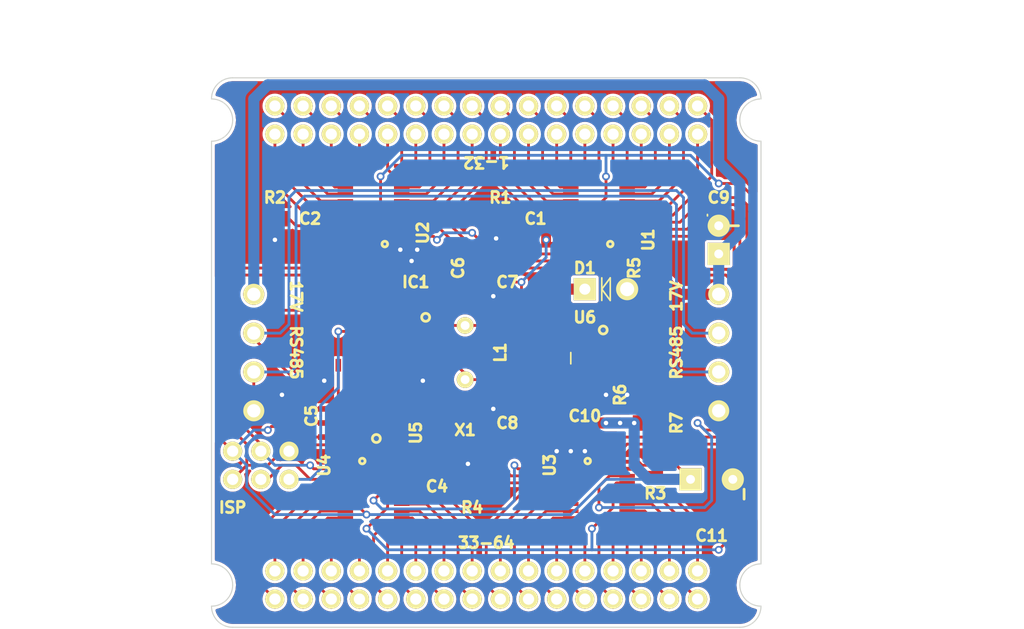
<source format=kicad_pcb>
(kicad_pcb (version 4) (host pcbnew "(2014-10-11 BZR 5175)-product")
  (layers (0 F.Cu signal) (31 B.Cu signal) (34 B.Paste user) (35 F.Paste user) (36 B.SilkS user) (37 F.SilkS user) (38 B.Mask user) (39 F.Mask user) (44 Edge.Cuts user))
  (net 0 "")
  (net 1 /p1)
  (net 2 /p2)
  (net 3 /p3)
  (net 4 /p4)
  (net 5 /p5)
  (net 6 /p6)
  (net 7 /p7)
  (net 8 /p8)
  (net 9 /p9)
  (net 10 /p10)
  (net 11 /p11)
  (net 12 /p12)
  (net 13 /p13)
  (net 14 /p14)
  (net 15 /p15)
  (net 16 /p16)
  (net 17 /p17)
  (net 18 /p18)
  (net 19 /p19)
  (net 20 /p20)
  (net 21 /p21)
  (net 22 /p22)
  (net 23 /p23)
  (net 24 /p24)
  (net 25 /p25)
  (net 26 /p26)
  (net 27 /p27)
  (net 28 /p28)
  (net 29 /p29)
  (net 30 /p30)
  (net 31 /p31)
  (net 32 /p32)
  (net 33 GND)
  (net 34 +5V)
  (net 35 /LATCH)
  (net 36 /MOSI)
  (net 37 /MISO)
  (net 38 /SCK)
  (net 39 /RX)
  (net 40 /TX)
  (net 41 /DIR)
  (net 42 "Net-(R2-Pad1)")
  (net 43 "Net-(R1-Pad1)")
  (net 44 /RESET)
  (net 45 /BLANK)
  (net 46 /A)
  (net 47 /B)
  (net 48 "Net-(U1-Pad22)")
  (net 49 "Net-(C7-Pad2)")
  (net 50 "Net-(C8-Pad2)")
  (net 51 /p33)
  (net 52 /p34)
  (net 53 /p36)
  (net 54 /p37)
  (net 55 /p38)
  (net 56 /p39)
  (net 57 /p40)
  (net 58 /p41)
  (net 59 /p42)
  (net 60 /p43)
  (net 61 /p44)
  (net 62 /p45)
  (net 63 /p46)
  (net 64 /p47)
  (net 65 /p48)
  (net 66 /p49)
  (net 67 /p50)
  (net 68 /p51)
  (net 69 /p52)
  (net 70 /p53)
  (net 71 /p54)
  (net 72 /p55)
  (net 73 /p56)
  (net 74 /p57)
  (net 75 /p58)
  (net 76 /p59)
  (net 77 /p60)
  (net 78 /p61)
  (net 79 /p62)
  (net 80 /p63)
  (net 81 /p64)
  (net 82 "Net-(R3-Pad1)")
  (net 83 "Net-(R4-Pad1)")
  (net 84 /p35)
  (net 85 /+17V)
  (net 86 "Net-(U1-Pad2)")
  (net 87 "Net-(U3-Pad2)")
  (net 88 "Net-(D1-Pad2)")
  (net 89 "Net-(R6-Pad1)")
  (net 90 "Net-(C10-Pad1)")
  (net 91 "Net-(R5-Pad1)")
  (module local:SSOP-24 (layer F.Cu) (at 114.935 111.76 90)
    (fp_text reference U2 (at -2.54 4.445 270) (layer F.SilkS) (effects (font (thickness 0.25))))
    (fp_text value TLC5928 hide)
    (pad 1 smd rect (at -3.4925 2.54 90) (size 0.35052 1.39954) (layers F.Cu F.Paste F.Mask) (net 33 GND))
    (pad 2 smd rect (at -2.8575 2.54 90) (size 0.35052 1.39954) (layers F.Cu F.Paste F.Mask) (net 48 "Net-(U1-Pad22)"))
    (pad 3 smd rect (at -2.2225 2.54 90) (size 0.35052 1.39954) (layers F.Cu F.Paste F.Mask) (net 38 /SCK))
    (pad 4 smd rect (at -1.5875 2.54 90) (size 0.35052 1.39954) (layers F.Cu F.Paste F.Mask) (net 35 /LATCH))
    (pad 5 smd rect (at -0.9525 2.54 90) (size 0.35052 1.39954) (layers F.Cu F.Paste F.Mask) (net 16 /p16))
    (pad 6 smd rect (at -0.3175 2.54 90) (size 0.35052 1.39954) (layers F.Cu F.Paste F.Mask) (net 15 /p15))
    (pad 7 smd rect (at 0.3175 2.54 90) (size 0.35052 1.39954) (layers F.Cu F.Paste F.Mask) (net 14 /p14))
    (pad 8 smd rect (at 0.9525 2.54 90) (size 0.35052 1.39954) (layers F.Cu F.Paste F.Mask) (net 13 /p13))
    (pad 9 smd rect (at 1.5875 2.54 90) (size 0.35052 1.39954) (layers F.Cu F.Paste F.Mask) (net 12 /p12))
    (pad 10 smd rect (at 2.2225 2.54 90) (size 0.35052 1.39954) (layers F.Cu F.Paste F.Mask) (net 11 /p11))
    (pad 11 smd rect (at 2.8575 2.54 90) (size 0.35052 1.39954) (layers F.Cu F.Paste F.Mask) (net 9 /p9))
    (pad 12 smd rect (at 3.4925 2.54 90) (size 0.35052 1.39954) (layers F.Cu F.Paste F.Mask) (net 10 /p10))
    (pad 13 smd rect (at 3.4925 -2.54 90) (size 0.35052 1.39954) (layers F.Cu F.Paste F.Mask) (net 6 /p6))
    (pad 14 smd rect (at 2.8575 -2.54 90) (size 0.35052 1.39954) (layers F.Cu F.Paste F.Mask) (net 7 /p7))
    (pad 15 smd rect (at 2.2225 -2.54 90) (size 0.35052 1.39954) (layers F.Cu F.Paste F.Mask) (net 8 /p8))
    (pad 16 smd rect (at 1.5875 -2.54 90) (size 0.35052 1.39954) (layers F.Cu F.Paste F.Mask) (net 5 /p5))
    (pad 17 smd rect (at 0.9525 -2.54 90) (size 0.35052 1.39954) (layers F.Cu F.Paste F.Mask) (net 4 /p4))
    (pad 18 smd rect (at 0.3175 -2.54 90) (size 0.35052 1.39954) (layers F.Cu F.Paste F.Mask) (net 3 /p3))
    (pad 19 smd rect (at -0.3175 -2.54 90) (size 0.35052 1.39954) (layers F.Cu F.Paste F.Mask) (net 2 /p2))
    (pad 20 smd rect (at -0.9525 -2.54 90) (size 0.35052 1.39954) (layers F.Cu F.Paste F.Mask) (net 1 /p1))
    (pad 21 smd rect (at -1.5875 -2.54 90) (size 0.35052 1.39954) (layers F.Cu F.Paste F.Mask) (net 45 /BLANK))
    (pad 22 smd rect (at -2.2225 -2.54 90) (size 0.35052 1.39954) (layers F.Cu F.Paste F.Mask) (net 37 /MISO))
    (pad 23 smd rect (at -2.8575 -2.54 90) (size 0.35052 1.39954) (layers F.Cu F.Paste F.Mask) (net 42 "Net-(R2-Pad1)"))
    (pad 24 smd rect (at -3.4925 -2.54 90) (size 0.35052 1.39954) (layers F.Cu F.Paste F.Mask) (net 34 +5V))
  )
  (module local:SOIC-8-N (layer F.Cu) (at 113.665 130.81 90)
    (fp_text reference U5 (at -1.524 5.08 90) (layer F.SilkS) (effects (font (thickness 0.25))))
    (fp_text value SNx5176 hide)
    (pad 8 smd rect (at -1.905 -3.175 90) (size 0.508 1.143) (layers F.Cu F.Paste F.Mask) (net 34 +5V))
    (pad 7 smd rect (at -0.635 -3.175 90) (size 0.508 1.143) (layers F.Cu F.Paste F.Mask) (net 47 /B))
    (pad 6 smd rect (at 0.635 -3.175 90) (size 0.508 1.143) (layers F.Cu F.Paste F.Mask) (net 46 /A))
    (pad 5 smd rect (at 1.905 -3.175 90) (size 0.508 1.143) (layers F.Cu F.Paste F.Mask) (net 33 GND))
    (pad 4 smd rect (at 1.905 3.175 90) (size 0.508 1.143) (layers F.Cu F.Paste F.Mask) (net 40 /TX))
    (pad 3 smd rect (at 0.635 3.175 90) (size 0.508 1.143) (layers F.Cu F.Paste F.Mask) (net 41 /DIR))
    (pad 2 smd rect (at -0.635 3.175 90) (size 0.508 1.143) (layers F.Cu F.Paste F.Mask) (net 41 /DIR))
    (pad 1 smd rect (at -1.905 3.175 90) (size 0.508 1.143) (layers F.Cu F.Paste F.Mask) (net 39 /RX))
  )
  (module local:SSOP-24 (layer F.Cu) (at 114.935 138.43 270)
    (fp_text reference U4 (at -3.175 4.445 450) (layer F.SilkS) (effects (font (thickness 0.25))))
    (fp_text value TLC5928 hide)
    (pad 1 smd rect (at -3.4925 2.54 270) (size 0.35052 1.39954) (layers F.Cu F.Paste F.Mask) (net 33 GND))
    (pad 2 smd rect (at -2.8575 2.54 270) (size 0.35052 1.39954) (layers F.Cu F.Paste F.Mask) (net 36 /MOSI))
    (pad 3 smd rect (at -2.2225 2.54 270) (size 0.35052 1.39954) (layers F.Cu F.Paste F.Mask) (net 38 /SCK))
    (pad 4 smd rect (at -1.5875 2.54 270) (size 0.35052 1.39954) (layers F.Cu F.Paste F.Mask) (net 35 /LATCH))
    (pad 5 smd rect (at -0.9525 2.54 270) (size 0.35052 1.39954) (layers F.Cu F.Paste F.Mask) (net 81 /p64))
    (pad 6 smd rect (at -0.3175 2.54 270) (size 0.35052 1.39954) (layers F.Cu F.Paste F.Mask) (net 80 /p63))
    (pad 7 smd rect (at 0.3175 2.54 270) (size 0.35052 1.39954) (layers F.Cu F.Paste F.Mask) (net 79 /p62))
    (pad 8 smd rect (at 0.9525 2.54 270) (size 0.35052 1.39954) (layers F.Cu F.Paste F.Mask) (net 78 /p61))
    (pad 9 smd rect (at 1.5875 2.54 270) (size 0.35052 1.39954) (layers F.Cu F.Paste F.Mask) (net 77 /p60))
    (pad 10 smd rect (at 2.2225 2.54 270) (size 0.35052 1.39954) (layers F.Cu F.Paste F.Mask) (net 76 /p59))
    (pad 11 smd rect (at 2.8575 2.54 270) (size 0.35052 1.39954) (layers F.Cu F.Paste F.Mask) (net 74 /p57))
    (pad 12 smd rect (at 3.4925 2.54 270) (size 0.35052 1.39954) (layers F.Cu F.Paste F.Mask) (net 75 /p58))
    (pad 13 smd rect (at 3.4925 -2.54 270) (size 0.35052 1.39954) (layers F.Cu F.Paste F.Mask) (net 71 /p54))
    (pad 14 smd rect (at 2.8575 -2.54 270) (size 0.35052 1.39954) (layers F.Cu F.Paste F.Mask) (net 72 /p55))
    (pad 15 smd rect (at 2.2225 -2.54 270) (size 0.35052 1.39954) (layers F.Cu F.Paste F.Mask) (net 73 /p56))
    (pad 16 smd rect (at 1.5875 -2.54 270) (size 0.35052 1.39954) (layers F.Cu F.Paste F.Mask) (net 70 /p53))
    (pad 17 smd rect (at 0.9525 -2.54 270) (size 0.35052 1.39954) (layers F.Cu F.Paste F.Mask) (net 69 /p52))
    (pad 18 smd rect (at 0.3175 -2.54 270) (size 0.35052 1.39954) (layers F.Cu F.Paste F.Mask) (net 68 /p51))
    (pad 19 smd rect (at -0.3175 -2.54 270) (size 0.35052 1.39954) (layers F.Cu F.Paste F.Mask) (net 67 /p50))
    (pad 20 smd rect (at -0.9525 -2.54 270) (size 0.35052 1.39954) (layers F.Cu F.Paste F.Mask) (net 66 /p49))
    (pad 21 smd rect (at -1.5875 -2.54 270) (size 0.35052 1.39954) (layers F.Cu F.Paste F.Mask) (net 45 /BLANK))
    (pad 22 smd rect (at -2.2225 -2.54 270) (size 0.35052 1.39954) (layers F.Cu F.Paste F.Mask) (net 87 "Net-(U3-Pad2)"))
    (pad 23 smd rect (at -2.8575 -2.54 270) (size 0.35052 1.39954) (layers F.Cu F.Paste F.Mask) (net 83 "Net-(R4-Pad1)"))
    (pad 24 smd rect (at -3.4925 -2.54 270) (size 0.35052 1.39954) (layers F.Cu F.Paste F.Mask) (net 34 +5V))
  )
  (module local:RT063xxHBWC (layer F.Cu) (at 146.05 125.095 90)
    (fp_text reference P5 hide)
    (fp_text value CONN_01X04 hide)
    (pad 2 thru_hole circle (at -1.75 0 90) (size 1.9 1.9) (drill 1.2) (layers *.Cu *.Mask F.SilkS) (net 47 /B))
    (pad 3 thru_hole circle (at 1.75 0 90) (size 1.9 1.9) (drill 1.2) (layers *.Cu *.Mask F.SilkS) (net 46 /A))
    (pad 1 thru_hole circle (at -5.25 0 90) (size 1.9 1.9) (drill 1.2) (layers *.Cu *.Mask F.SilkS) (net 33 GND))
    (pad 4 thru_hole circle (at 5.25 0 90) (size 1.9 1.9) (drill 1.2) (layers *.Cu *.Mask F.SilkS) (net 85 /+17V))
  )
  (module local:RT063xxHBWC (layer F.Cu) (at 104.14 125.095 270)
    (fp_text reference P4 hide)
    (fp_text value CONN_01X04 hide)
    (pad 2 thru_hole circle (at -1.75 0 270) (size 1.9 1.9) (drill 1.2) (layers *.Cu *.Mask F.SilkS) (net 46 /A))
    (pad 3 thru_hole circle (at 1.75 0 270) (size 1.9 1.9) (drill 1.2) (layers *.Cu *.Mask F.SilkS) (net 47 /B))
    (pad 1 thru_hole circle (at -5.25 0 270) (size 1.9 1.9) (drill 1.2) (layers *.Cu *.Mask F.SilkS) (net 85 /+17V))
    (pad 4 thru_hole circle (at 5.25 0 270) (size 1.9 1.9) (drill 1.2) (layers *.Cu *.Mask F.SilkS) (net 33 GND))
  )
  (module local:Pin_Header_Straight_2x03 (layer F.Cu) (at 104.775 135.255)
    (fp_text reference P3 hide)
    (fp_text value ISP (at -2.54 3.81 180) (layer F.SilkS) (effects (font (thickness 0.25))))
    (pad 1 thru_hole circle (at -2.54 1.27) (size 1.7272 1.7272) (drill 1.016) (layers *.Cu *.Mask F.SilkS) (net 37 /MISO))
    (pad 2 thru_hole oval (at -2.54 -1.27) (size 1.7272 1.7272) (drill 1.016) (layers *.Cu *.Mask F.SilkS) (net 34 +5V))
    (pad 3 thru_hole oval (at 0 1.27) (size 1.7272 1.7272) (drill 1.016) (layers *.Cu *.Mask F.SilkS) (net 38 /SCK))
    (pad 4 thru_hole oval (at 0 -1.27) (size 1.7272 1.7272) (drill 1.016) (layers *.Cu *.Mask F.SilkS) (net 36 /MOSI))
    (pad 5 thru_hole oval (at 2.54 1.27) (size 1.7272 1.7272) (drill 1.016) (layers *.Cu *.Mask F.SilkS) (net 44 /RESET))
    (pad 6 thru_hole oval (at 2.54 -1.27) (size 1.7272 1.7272) (drill 1.016) (layers *.Cu *.Mask F.SilkS) (net 33 GND))
  )
  (module local:Pin_Header_Straight_2x16 (layer F.Cu) (at 125.095 146.05 180)
    (fp_text reference P2 hide)
    (fp_text value CONN_01X32 hide)
    (pad 1 thru_hole circle (at -19.05 1.27 180) (size 1.7272 1.7272) (drill 1.016) (layers *.Cu *.Mask F.SilkS) (net 51 /p33))
    (pad 2 thru_hole oval (at -19.05 -1.27 180) (size 1.7272 1.7272) (drill 1.016) (layers *.Cu *.Mask F.SilkS) (net 52 /p34))
    (pad 3 thru_hole oval (at -16.51 1.27 180) (size 1.7272 1.7272) (drill 1.016) (layers *.Cu *.Mask F.SilkS) (net 84 /p35))
    (pad 4 thru_hole oval (at -16.51 -1.27 180) (size 1.7272 1.7272) (drill 1.016) (layers *.Cu *.Mask F.SilkS) (net 53 /p36))
    (pad 5 thru_hole oval (at -13.97 1.27 180) (size 1.7272 1.7272) (drill 1.016) (layers *.Cu *.Mask F.SilkS) (net 54 /p37))
    (pad 6 thru_hole oval (at -13.97 -1.27 180) (size 1.7272 1.7272) (drill 1.016) (layers *.Cu *.Mask F.SilkS) (net 55 /p38))
    (pad 7 thru_hole oval (at -11.43 1.27 180) (size 1.7272 1.7272) (drill 1.016) (layers *.Cu *.Mask F.SilkS) (net 56 /p39))
    (pad 8 thru_hole oval (at -11.43 -1.27 180) (size 1.7272 1.7272) (drill 1.016) (layers *.Cu *.Mask F.SilkS) (net 57 /p40))
    (pad 9 thru_hole oval (at -8.89 1.27 180) (size 1.7272 1.7272) (drill 1.016) (layers *.Cu *.Mask F.SilkS) (net 58 /p41))
    (pad 10 thru_hole oval (at -8.89 -1.27 180) (size 1.7272 1.7272) (drill 1.016) (layers *.Cu *.Mask F.SilkS) (net 59 /p42))
    (pad 11 thru_hole oval (at -6.35 1.27 180) (size 1.7272 1.7272) (drill 1.016) (layers *.Cu *.Mask F.SilkS) (net 60 /p43))
    (pad 12 thru_hole oval (at -6.35 -1.27 180) (size 1.7272 1.7272) (drill 1.016) (layers *.Cu *.Mask F.SilkS) (net 61 /p44))
    (pad 13 thru_hole oval (at -3.81 1.27 180) (size 1.7272 1.7272) (drill 1.016) (layers *.Cu *.Mask F.SilkS) (net 62 /p45))
    (pad 14 thru_hole oval (at -3.81 -1.27 180) (size 1.7272 1.7272) (drill 1.016) (layers *.Cu *.Mask F.SilkS) (net 63 /p46))
    (pad 15 thru_hole oval (at -1.27 1.27 180) (size 1.7272 1.7272) (drill 1.016) (layers *.Cu *.Mask F.SilkS) (net 64 /p47))
    (pad 16 thru_hole oval (at -1.27 -1.27 180) (size 1.7272 1.7272) (drill 1.016) (layers *.Cu *.Mask F.SilkS) (net 65 /p48))
    (pad 17 thru_hole oval (at 1.27 1.27 180) (size 1.7272 1.7272) (drill 1.016) (layers *.Cu *.Mask F.SilkS) (net 66 /p49))
    (pad 18 thru_hole oval (at 1.27 -1.27 180) (size 1.7272 1.7272) (drill 1.016) (layers *.Cu *.Mask F.SilkS) (net 67 /p50))
    (pad 19 thru_hole oval (at 3.81 1.27 180) (size 1.7272 1.7272) (drill 1.016) (layers *.Cu *.Mask F.SilkS) (net 68 /p51))
    (pad 20 thru_hole oval (at 3.81 -1.27 180) (size 1.7272 1.7272) (drill 1.016) (layers *.Cu *.Mask F.SilkS) (net 69 /p52))
    (pad 21 thru_hole oval (at 6.35 1.27 180) (size 1.7272 1.7272) (drill 1.016) (layers *.Cu *.Mask F.SilkS) (net 70 /p53))
    (pad 22 thru_hole oval (at 6.35 -1.27 180) (size 1.7272 1.7272) (drill 1.016) (layers *.Cu *.Mask F.SilkS) (net 71 /p54))
    (pad 23 thru_hole oval (at 8.89 1.27 180) (size 1.7272 1.7272) (drill 1.016) (layers *.Cu *.Mask F.SilkS) (net 72 /p55))
    (pad 24 thru_hole oval (at 8.89 -1.27 180) (size 1.7272 1.7272) (drill 1.016) (layers *.Cu *.Mask F.SilkS) (net 73 /p56))
    (pad 25 thru_hole oval (at 11.43 1.27 180) (size 1.7272 1.7272) (drill 1.016) (layers *.Cu *.Mask F.SilkS) (net 74 /p57))
    (pad 26 thru_hole oval (at 11.43 -1.27 180) (size 1.7272 1.7272) (drill 1.016) (layers *.Cu *.Mask F.SilkS) (net 75 /p58))
    (pad 27 thru_hole oval (at 13.97 1.27 180) (size 1.7272 1.7272) (drill 1.016) (layers *.Cu *.Mask F.SilkS) (net 76 /p59))
    (pad 28 thru_hole oval (at 13.97 -1.27 180) (size 1.7272 1.7272) (drill 1.016) (layers *.Cu *.Mask F.SilkS) (net 77 /p60))
    (pad 29 thru_hole oval (at 16.51 1.27 180) (size 1.7272 1.7272) (drill 1.016) (layers *.Cu *.Mask F.SilkS) (net 78 /p61))
    (pad 30 thru_hole oval (at 16.51 -1.27 180) (size 1.7272 1.7272) (drill 1.016) (layers *.Cu *.Mask F.SilkS) (net 79 /p62))
    (pad 31 thru_hole oval (at 19.05 1.27 180) (size 1.7272 1.7272) (drill 1.016) (layers *.Cu *.Mask F.SilkS) (net 80 /p63))
    (pad 32 thru_hole oval (at 19.05 -1.27 180) (size 1.7272 1.7272) (drill 1.016) (layers *.Cu *.Mask F.SilkS) (net 81 /p64))
  )
  (module local:Pin_Header_Straight_2x16 (layer F.Cu) (at 125.095 104.14)
    (fp_text reference P1 hide)
    (fp_text value CONN_01X32 hide)
    (pad 1 thru_hole circle (at -19.05 1.27) (size 1.7272 1.7272) (drill 1.016) (layers *.Cu *.Mask F.SilkS) (net 1 /p1))
    (pad 2 thru_hole oval (at -19.05 -1.27) (size 1.7272 1.7272) (drill 1.016) (layers *.Cu *.Mask F.SilkS) (net 2 /p2))
    (pad 3 thru_hole oval (at -16.51 1.27) (size 1.7272 1.7272) (drill 1.016) (layers *.Cu *.Mask F.SilkS) (net 3 /p3))
    (pad 4 thru_hole oval (at -16.51 -1.27) (size 1.7272 1.7272) (drill 1.016) (layers *.Cu *.Mask F.SilkS) (net 4 /p4))
    (pad 5 thru_hole oval (at -13.97 1.27) (size 1.7272 1.7272) (drill 1.016) (layers *.Cu *.Mask F.SilkS) (net 5 /p5))
    (pad 6 thru_hole oval (at -13.97 -1.27) (size 1.7272 1.7272) (drill 1.016) (layers *.Cu *.Mask F.SilkS) (net 6 /p6))
    (pad 7 thru_hole oval (at -11.43 1.27) (size 1.7272 1.7272) (drill 1.016) (layers *.Cu *.Mask F.SilkS) (net 7 /p7))
    (pad 8 thru_hole oval (at -11.43 -1.27) (size 1.7272 1.7272) (drill 1.016) (layers *.Cu *.Mask F.SilkS) (net 8 /p8))
    (pad 9 thru_hole oval (at -8.89 1.27) (size 1.7272 1.7272) (drill 1.016) (layers *.Cu *.Mask F.SilkS) (net 9 /p9))
    (pad 10 thru_hole oval (at -8.89 -1.27) (size 1.7272 1.7272) (drill 1.016) (layers *.Cu *.Mask F.SilkS) (net 10 /p10))
    (pad 11 thru_hole oval (at -6.35 1.27) (size 1.7272 1.7272) (drill 1.016) (layers *.Cu *.Mask F.SilkS) (net 11 /p11))
    (pad 12 thru_hole oval (at -6.35 -1.27) (size 1.7272 1.7272) (drill 1.016) (layers *.Cu *.Mask F.SilkS) (net 12 /p12))
    (pad 13 thru_hole oval (at -3.81 1.27) (size 1.7272 1.7272) (drill 1.016) (layers *.Cu *.Mask F.SilkS) (net 13 /p13))
    (pad 14 thru_hole oval (at -3.81 -1.27) (size 1.7272 1.7272) (drill 1.016) (layers *.Cu *.Mask F.SilkS) (net 14 /p14))
    (pad 15 thru_hole oval (at -1.27 1.27) (size 1.7272 1.7272) (drill 1.016) (layers *.Cu *.Mask F.SilkS) (net 15 /p15))
    (pad 16 thru_hole oval (at -1.27 -1.27) (size 1.7272 1.7272) (drill 1.016) (layers *.Cu *.Mask F.SilkS) (net 16 /p16))
    (pad 17 thru_hole oval (at 1.27 1.27) (size 1.7272 1.7272) (drill 1.016) (layers *.Cu *.Mask F.SilkS) (net 17 /p17))
    (pad 18 thru_hole oval (at 1.27 -1.27) (size 1.7272 1.7272) (drill 1.016) (layers *.Cu *.Mask F.SilkS) (net 18 /p18))
    (pad 19 thru_hole oval (at 3.81 1.27) (size 1.7272 1.7272) (drill 1.016) (layers *.Cu *.Mask F.SilkS) (net 19 /p19))
    (pad 20 thru_hole oval (at 3.81 -1.27) (size 1.7272 1.7272) (drill 1.016) (layers *.Cu *.Mask F.SilkS) (net 20 /p20))
    (pad 21 thru_hole oval (at 6.35 1.27) (size 1.7272 1.7272) (drill 1.016) (layers *.Cu *.Mask F.SilkS) (net 21 /p21))
    (pad 22 thru_hole oval (at 6.35 -1.27) (size 1.7272 1.7272) (drill 1.016) (layers *.Cu *.Mask F.SilkS) (net 22 /p22))
    (pad 23 thru_hole oval (at 8.89 1.27) (size 1.7272 1.7272) (drill 1.016) (layers *.Cu *.Mask F.SilkS) (net 23 /p23))
    (pad 24 thru_hole oval (at 8.89 -1.27) (size 1.7272 1.7272) (drill 1.016) (layers *.Cu *.Mask F.SilkS) (net 24 /p24))
    (pad 25 thru_hole oval (at 11.43 1.27) (size 1.7272 1.7272) (drill 1.016) (layers *.Cu *.Mask F.SilkS) (net 25 /p25))
    (pad 26 thru_hole oval (at 11.43 -1.27) (size 1.7272 1.7272) (drill 1.016) (layers *.Cu *.Mask F.SilkS) (net 26 /p26))
    (pad 27 thru_hole oval (at 13.97 1.27) (size 1.7272 1.7272) (drill 1.016) (layers *.Cu *.Mask F.SilkS) (net 27 /p27))
    (pad 28 thru_hole oval (at 13.97 -1.27) (size 1.7272 1.7272) (drill 1.016) (layers *.Cu *.Mask F.SilkS) (net 28 /p28))
    (pad 29 thru_hole oval (at 16.51 1.27) (size 1.7272 1.7272) (drill 1.016) (layers *.Cu *.Mask F.SilkS) (net 29 /p29))
    (pad 30 thru_hole oval (at 16.51 -1.27) (size 1.7272 1.7272) (drill 1.016) (layers *.Cu *.Mask F.SilkS) (net 30 /p30))
    (pad 31 thru_hole oval (at 19.05 1.27) (size 1.7272 1.7272) (drill 1.016) (layers *.Cu *.Mask F.SilkS) (net 31 /p31))
    (pad 32 thru_hole oval (at 19.05 -1.27) (size 1.7272 1.7272) (drill 1.016) (layers *.Cu *.Mask F.SilkS) (net 32 /p32))
  )
  (module local:SSOP-24 (layer F.Cu) (at 135.255 138.43 270)
    (fp_text reference U3 (at -3.175 4.445 450) (layer F.SilkS) (effects (font (thickness 0.25))))
    (fp_text value TLC5928 hide)
    (pad 1 smd rect (at -3.4925 2.54 270) (size 0.35052 1.39954) (layers F.Cu F.Paste F.Mask) (net 33 GND))
    (pad 2 smd rect (at -2.8575 2.54 270) (size 0.35052 1.39954) (layers F.Cu F.Paste F.Mask) (net 87 "Net-(U3-Pad2)"))
    (pad 3 smd rect (at -2.2225 2.54 270) (size 0.35052 1.39954) (layers F.Cu F.Paste F.Mask) (net 38 /SCK))
    (pad 4 smd rect (at -1.5875 2.54 270) (size 0.35052 1.39954) (layers F.Cu F.Paste F.Mask) (net 35 /LATCH))
    (pad 5 smd rect (at -0.9525 2.54 270) (size 0.35052 1.39954) (layers F.Cu F.Paste F.Mask) (net 65 /p48))
    (pad 6 smd rect (at -0.3175 2.54 270) (size 0.35052 1.39954) (layers F.Cu F.Paste F.Mask) (net 64 /p47))
    (pad 7 smd rect (at 0.3175 2.54 270) (size 0.35052 1.39954) (layers F.Cu F.Paste F.Mask) (net 63 /p46))
    (pad 8 smd rect (at 0.9525 2.54 270) (size 0.35052 1.39954) (layers F.Cu F.Paste F.Mask) (net 62 /p45))
    (pad 9 smd rect (at 1.5875 2.54 270) (size 0.35052 1.39954) (layers F.Cu F.Paste F.Mask) (net 61 /p44))
    (pad 10 smd rect (at 2.2225 2.54 270) (size 0.35052 1.39954) (layers F.Cu F.Paste F.Mask) (net 60 /p43))
    (pad 11 smd rect (at 2.8575 2.54 270) (size 0.35052 1.39954) (layers F.Cu F.Paste F.Mask) (net 58 /p41))
    (pad 12 smd rect (at 3.4925 2.54 270) (size 0.35052 1.39954) (layers F.Cu F.Paste F.Mask) (net 59 /p42))
    (pad 13 smd rect (at 3.4925 -2.54 270) (size 0.35052 1.39954) (layers F.Cu F.Paste F.Mask) (net 55 /p38))
    (pad 14 smd rect (at 2.8575 -2.54 270) (size 0.35052 1.39954) (layers F.Cu F.Paste F.Mask) (net 56 /p39))
    (pad 15 smd rect (at 2.2225 -2.54 270) (size 0.35052 1.39954) (layers F.Cu F.Paste F.Mask) (net 57 /p40))
    (pad 16 smd rect (at 1.5875 -2.54 270) (size 0.35052 1.39954) (layers F.Cu F.Paste F.Mask) (net 54 /p37))
    (pad 17 smd rect (at 0.9525 -2.54 270) (size 0.35052 1.39954) (layers F.Cu F.Paste F.Mask) (net 53 /p36))
    (pad 18 smd rect (at 0.3175 -2.54 270) (size 0.35052 1.39954) (layers F.Cu F.Paste F.Mask) (net 84 /p35))
    (pad 19 smd rect (at -0.3175 -2.54 270) (size 0.35052 1.39954) (layers F.Cu F.Paste F.Mask) (net 52 /p34))
    (pad 20 smd rect (at -0.9525 -2.54 270) (size 0.35052 1.39954) (layers F.Cu F.Paste F.Mask) (net 51 /p33))
    (pad 21 smd rect (at -1.5875 -2.54 270) (size 0.35052 1.39954) (layers F.Cu F.Paste F.Mask) (net 45 /BLANK))
    (pad 22 smd rect (at -2.2225 -2.54 270) (size 0.35052 1.39954) (layers F.Cu F.Paste F.Mask) (net 86 "Net-(U1-Pad2)"))
    (pad 23 smd rect (at -2.8575 -2.54 270) (size 0.35052 1.39954) (layers F.Cu F.Paste F.Mask) (net 82 "Net-(R3-Pad1)"))
    (pad 24 smd rect (at -3.4925 -2.54 270) (size 0.35052 1.39954) (layers F.Cu F.Paste F.Mask) (net 34 +5V))
  )
  (module local:SSOP-24 (layer F.Cu) (at 135.255 111.76 90)
    (fp_text reference U1 (at -3.175 4.445 270) (layer F.SilkS) (effects (font (thickness 0.25))))
    (fp_text value TLC5928 hide)
    (pad 1 smd rect (at -3.4925 2.54 90) (size 0.35052 1.39954) (layers F.Cu F.Paste F.Mask) (net 33 GND))
    (pad 2 smd rect (at -2.8575 2.54 90) (size 0.35052 1.39954) (layers F.Cu F.Paste F.Mask) (net 86 "Net-(U1-Pad2)"))
    (pad 3 smd rect (at -2.2225 2.54 90) (size 0.35052 1.39954) (layers F.Cu F.Paste F.Mask) (net 38 /SCK))
    (pad 4 smd rect (at -1.5875 2.54 90) (size 0.35052 1.39954) (layers F.Cu F.Paste F.Mask) (net 35 /LATCH))
    (pad 5 smd rect (at -0.9525 2.54 90) (size 0.35052 1.39954) (layers F.Cu F.Paste F.Mask) (net 32 /p32))
    (pad 6 smd rect (at -0.3175 2.54 90) (size 0.35052 1.39954) (layers F.Cu F.Paste F.Mask) (net 31 /p31))
    (pad 7 smd rect (at 0.3175 2.54 90) (size 0.35052 1.39954) (layers F.Cu F.Paste F.Mask) (net 30 /p30))
    (pad 8 smd rect (at 0.9525 2.54 90) (size 0.35052 1.39954) (layers F.Cu F.Paste F.Mask) (net 29 /p29))
    (pad 9 smd rect (at 1.5875 2.54 90) (size 0.35052 1.39954) (layers F.Cu F.Paste F.Mask) (net 28 /p28))
    (pad 10 smd rect (at 2.2225 2.54 90) (size 0.35052 1.39954) (layers F.Cu F.Paste F.Mask) (net 27 /p27))
    (pad 11 smd rect (at 2.8575 2.54 90) (size 0.35052 1.39954) (layers F.Cu F.Paste F.Mask) (net 25 /p25))
    (pad 12 smd rect (at 3.4925 2.54 90) (size 0.35052 1.39954) (layers F.Cu F.Paste F.Mask) (net 26 /p26))
    (pad 13 smd rect (at 3.4925 -2.54 90) (size 0.35052 1.39954) (layers F.Cu F.Paste F.Mask) (net 22 /p22))
    (pad 14 smd rect (at 2.8575 -2.54 90) (size 0.35052 1.39954) (layers F.Cu F.Paste F.Mask) (net 23 /p23))
    (pad 15 smd rect (at 2.2225 -2.54 90) (size 0.35052 1.39954) (layers F.Cu F.Paste F.Mask) (net 24 /p24))
    (pad 16 smd rect (at 1.5875 -2.54 90) (size 0.35052 1.39954) (layers F.Cu F.Paste F.Mask) (net 21 /p21))
    (pad 17 smd rect (at 0.9525 -2.54 90) (size 0.35052 1.39954) (layers F.Cu F.Paste F.Mask) (net 20 /p20))
    (pad 18 smd rect (at 0.3175 -2.54 90) (size 0.35052 1.39954) (layers F.Cu F.Paste F.Mask) (net 19 /p19))
    (pad 19 smd rect (at -0.3175 -2.54 90) (size 0.35052 1.39954) (layers F.Cu F.Paste F.Mask) (net 18 /p18))
    (pad 20 smd rect (at -0.9525 -2.54 90) (size 0.35052 1.39954) (layers F.Cu F.Paste F.Mask) (net 17 /p17))
    (pad 21 smd rect (at -1.5875 -2.54 90) (size 0.35052 1.39954) (layers F.Cu F.Paste F.Mask) (net 45 /BLANK))
    (pad 22 smd rect (at -2.2225 -2.54 90) (size 0.35052 1.39954) (layers F.Cu F.Paste F.Mask) (net 48 "Net-(U1-Pad22)"))
    (pad 23 smd rect (at -2.8575 -2.54 90) (size 0.35052 1.39954) (layers F.Cu F.Paste F.Mask) (net 43 "Net-(R1-Pad1)"))
    (pad 24 smd rect (at -3.4925 -2.54 90) (size 0.35052 1.39954) (layers F.Cu F.Paste F.Mask) (net 34 +5V))
  )
  (module local:SMD-0805 (layer F.Cu) (at 129.54 114.935 180)
    (fp_text reference C1 (at 0 1.905 180) (layer F.SilkS) (effects (font (thickness 0.25))))
    (fp_text value 0.1µF hide)
    (pad 1 smd rect (at -0.9525 0 180) (size 0.889 1.397) (layers F.Cu F.Paste F.Mask) (net 34 +5V))
    (pad 2 smd rect (at 0.9525 0 180) (size 0.889 1.397) (layers F.Cu F.Paste F.Mask) (net 33 GND))
  )
  (module local:SMD-0805 (layer F.Cu) (at 109.22 114.935 180)
    (fp_text reference C2 (at 0 1.905 360) (layer F.SilkS) (effects (font (thickness 0.25))))
    (fp_text value 0.1µF hide)
    (pad 1 smd rect (at -0.9525 0 180) (size 0.889 1.397) (layers F.Cu F.Paste F.Mask) (net 34 +5V))
    (pad 2 smd rect (at 0.9525 0 180) (size 0.889 1.397) (layers F.Cu F.Paste F.Mask) (net 33 GND))
  )
  (module local:SMD-0805 (layer F.Cu) (at 120.65 135.255)
    (fp_text reference C4 (at 0 1.905) (layer F.SilkS) (effects (font (thickness 0.25))))
    (fp_text value 0.1µF hide)
    (pad 1 smd rect (at -0.9525 0) (size 0.889 1.397) (layers F.Cu F.Paste F.Mask) (net 34 +5V))
    (pad 2 smd rect (at 0.9525 0) (size 0.889 1.397) (layers F.Cu F.Paste F.Mask) (net 33 GND))
  )
  (module local:SMD-0805 (layer F.Cu) (at 120.65 117.475 90)
    (fp_text reference C6 (at 0 1.905 90) (layer F.SilkS) (effects (font (thickness 0.25))))
    (fp_text value 0.1µF hide)
    (pad 1 smd rect (at -0.9525 0 90) (size 0.889 1.397) (layers F.Cu F.Paste F.Mask) (net 34 +5V))
    (pad 2 smd rect (at 0.9525 0 90) (size 0.889 1.397) (layers F.Cu F.Paste F.Mask) (net 33 GND))
  )
  (module local:SMD-0805 (layer F.Cu) (at 127 121.285 270)
    (fp_text reference C7 (at -2.54 0 360) (layer F.SilkS) (effects (font (thickness 0.25))))
    (fp_text value C hide)
    (pad 1 smd rect (at -0.9525 0 270) (size 0.889 1.397) (layers F.Cu F.Paste F.Mask) (net 33 GND))
    (pad 2 smd rect (at 0.9525 0 270) (size 0.889 1.397) (layers F.Cu F.Paste F.Mask) (net 49 "Net-(C7-Pad2)"))
  )
  (module local:SMD-0805 (layer F.Cu) (at 127 128.905 90)
    (fp_text reference C8 (at -2.54 0 180) (layer F.SilkS) (effects (font (thickness 0.25))))
    (fp_text value C hide)
    (pad 1 smd rect (at -0.9525 0 90) (size 0.889 1.397) (layers F.Cu F.Paste F.Mask) (net 33 GND))
    (pad 2 smd rect (at 0.9525 0 90) (size 0.889 1.397) (layers F.Cu F.Paste F.Mask) (net 50 "Net-(C8-Pad2)"))
  )
  (module local:SMD-0805 (layer F.Cu) (at 126.365 113.03 180)
    (fp_text reference R1 (at 0 1.905 180) (layer F.SilkS) (effects (font (thickness 0.25))))
    (fp_text value R hide)
    (pad 1 smd rect (at -0.9525 0 180) (size 0.889 1.397) (layers F.Cu F.Paste F.Mask) (net 43 "Net-(R1-Pad1)"))
    (pad 2 smd rect (at 0.9525 0 180) (size 0.889 1.397) (layers F.Cu F.Paste F.Mask) (net 33 GND))
  )
  (module local:SMD-0805 (layer F.Cu) (at 106.045 113.03 180)
    (fp_text reference R2 (at 0 1.905 360) (layer F.SilkS) (effects (font (thickness 0.25))))
    (fp_text value R hide)
    (pad 1 smd rect (at -0.9525 0 180) (size 0.889 1.397) (layers F.Cu F.Paste F.Mask) (net 42 "Net-(R2-Pad1)"))
    (pad 2 smd rect (at 0.9525 0 180) (size 0.889 1.397) (layers F.Cu F.Paste F.Mask) (net 33 GND))
  )
  (module local:SMD-0805 (layer F.Cu) (at 140.335 135.255 90)
    (fp_text reference R3 (at -2.54 0 180) (layer F.SilkS) (effects (font (thickness 0.25))))
    (fp_text value R hide)
    (pad 1 smd rect (at -0.9525 0 90) (size 0.889 1.397) (layers F.Cu F.Paste F.Mask) (net 82 "Net-(R3-Pad1)"))
    (pad 2 smd rect (at 0.9525 0 90) (size 0.889 1.397) (layers F.Cu F.Paste F.Mask) (net 33 GND))
  )
  (module local:SMD-0805 (layer F.Cu) (at 123.825 137.16)
    (fp_text reference R4 (at 0 1.905) (layer F.SilkS) (effects (font (thickness 0.25))))
    (fp_text value R hide)
    (pad 1 smd rect (at -0.9525 0) (size 0.889 1.397) (layers F.Cu F.Paste F.Mask) (net 83 "Net-(R4-Pad1)"))
    (pad 2 smd rect (at 0.9525 0) (size 0.889 1.397) (layers F.Cu F.Paste F.Mask) (net 33 GND))
  )
  (module local:SOIC-14_N (layer F.Cu) (at 115.57 123.19 180)
    (fp_text reference IC1 (at -3.175 4.445 180) (layer F.SilkS) (effects (font (thickness 0.25))))
    (fp_text value ATTINY841-SSU hide)
    (pad 1 smd rect (at -3.81 3.048 180) (size 0.508 1.143) (layers F.Cu F.Paste F.Mask) (net 34 +5V))
    (pad 2 smd rect (at -2.54 3.048 180) (size 0.508 1.143) (layers F.Cu F.Paste F.Mask) (net 49 "Net-(C7-Pad2)"))
    (pad 3 smd rect (at -1.27 3.048 180) (size 0.508 1.143) (layers F.Cu F.Paste F.Mask) (net 50 "Net-(C8-Pad2)"))
    (pad 4 smd rect (at 0 3.048 180) (size 0.508 1.143) (layers F.Cu F.Paste F.Mask) (net 44 /RESET))
    (pad 5 smd rect (at 1.27 3.048 180) (size 0.508 1.143) (layers F.Cu F.Paste F.Mask) (net 35 /LATCH))
    (pad 6 smd rect (at 2.54 3.048 180) (size 0.508 1.143) (layers F.Cu F.Paste F.Mask) (net 45 /BLANK))
    (pad 7 smd rect (at 3.81 3.048 180) (size 0.508 1.143) (layers F.Cu F.Paste F.Mask) (net 36 /MOSI))
    (pad 8 smd rect (at 3.81 -3.048 180) (size 0.508 1.143) (layers F.Cu F.Paste F.Mask) (net 37 /MISO))
    (pad 9 smd rect (at 2.54 -3.048 180) (size 0.508 1.143) (layers F.Cu F.Paste F.Mask) (net 38 /SCK))
    (pad 11 smd rect (at 0 -3.048 180) (size 0.508 1.143) (layers F.Cu F.Paste F.Mask) (net 39 /RX))
    (pad 12 smd rect (at -1.27 -3.048 180) (size 0.508 1.143) (layers F.Cu F.Paste F.Mask) (net 40 /TX))
    (pad 13 smd rect (at -2.54 -3.048 180) (size 0.508 1.143) (layers F.Cu F.Paste F.Mask) (net 41 /DIR))
    (pad 14 smd rect (at -3.81 -3.048 180) (size 0.508 1.143) (layers F.Cu F.Paste F.Mask) (net 33 GND))
    (pad 10 smd rect (at 1.27 -3.048 180) (size 0.508 1.143) (layers F.Cu F.Paste F.Mask))
  )
  (module local:Crystal_HC49-U_Vertical (layer F.Cu) (at 123.19 125.095 270)
    (fp_text reference X1 (at 6.985 0 540) (layer F.SilkS) (effects (font (thickness 0.25))))
    (fp_text value CRYSTAL hide)
    (pad 1 thru_hole circle (at -2.44094 0 270) (size 1.50114 1.50114) (drill 0.8001) (layers *.Cu *.Mask F.SilkS) (net 49 "Net-(C7-Pad2)"))
    (pad 2 thru_hole circle (at 2.44094 0 270) (size 1.50114 1.50114) (drill 0.8001) (layers *.Cu *.Mask F.SilkS) (net 50 "Net-(C8-Pad2)"))
  )
  (module local:SMD-0805 (layer F.Cu) (at 133.985 128.905)
    (fp_text reference C10 (at 0 1.905) (layer F.SilkS) (effects (font (thickness 0.25))))
    (fp_text value 470pF hide)
    (pad 1 smd rect (at -0.9525 0) (size 0.889 1.397) (layers F.Cu F.Paste F.Mask) (net 90 "Net-(C10-Pad1)"))
    (pad 2 smd rect (at 0.9525 0) (size 0.889 1.397) (layers F.Cu F.Paste F.Mask) (net 33 GND))
  )
  (module Diodes_ThroughHole:Diode_DO-41_SOD81_Vertical_AnodeUp (layer F.Cu) (at 133.985 119.38)
    (fp_text reference D1 (at 0 -1.905) (layer F.SilkS) (effects (font (thickness 0.25))))
    (fp_text value DIODESCH hide)
    (pad 1 thru_hole circle (at 3.81 0) (size 1.99898 1.99898) (drill 1.27) (layers *.Cu *.Mask F.SilkS) (net 33 GND))
    (pad 2 thru_hole rect (at 0 0) (size 1.99898 1.99898) (drill 1.00076) (layers *.Cu *.Mask F.SilkS) (net 88 "Net-(D1-Pad2)"))
  )
  (module local:SMD-0805 (layer F.Cu) (at 139.7 128.905 180)
    (fp_text reference R6 (at 2.54 0 450) (layer F.SilkS) (effects (font (thickness 0.25))))
    (fp_text value 1.2k hide)
    (pad 1 smd rect (at -0.9525 0 180) (size 0.889 1.397) (layers F.Cu F.Paste F.Mask) (net 89 "Net-(R6-Pad1)"))
    (pad 2 smd rect (at 0.9525 0 180) (size 0.889 1.397) (layers F.Cu F.Paste F.Mask) (net 33 GND))
  )
  (module local:SMD-0805 (layer F.Cu) (at 139.7 131.445)
    (fp_text reference R7 (at 2.54 0 270) (layer F.SilkS) (effects (font (thickness 0.25))))
    (fp_text value 3.8k hide)
    (pad 1 smd rect (at -0.9525 0) (size 0.889 1.397) (layers F.Cu F.Paste F.Mask) (net 34 +5V))
    (pad 2 smd rect (at 0.9525 0) (size 0.889 1.397) (layers F.Cu F.Paste F.Mask) (net 89 "Net-(R6-Pad1)"))
  )
  (module local:SOIC-8-N (layer F.Cu) (at 137.16 125.095 270)
    (fp_text reference U6 (at -3.175 3.175 360) (layer F.SilkS) (effects (font (thickness 0.25))))
    (fp_text value MC34063 hide)
    (pad 8 smd rect (at -1.905 -3.175 270) (size 0.508 1.143) (layers F.Cu F.Paste F.Mask) (net 91 "Net-(R5-Pad1)"))
    (pad 7 smd rect (at -0.635 -3.175 270) (size 0.508 1.143) (layers F.Cu F.Paste F.Mask) (net 91 "Net-(R5-Pad1)"))
    (pad 6 smd rect (at 0.635 -3.175 270) (size 0.508 1.143) (layers F.Cu F.Paste F.Mask) (net 85 /+17V))
    (pad 5 smd rect (at 1.905 -3.175 270) (size 0.508 1.143) (layers F.Cu F.Paste F.Mask) (net 89 "Net-(R6-Pad1)"))
    (pad 4 smd rect (at 1.905 3.175 270) (size 0.508 1.143) (layers F.Cu F.Paste F.Mask) (net 33 GND))
    (pad 3 smd rect (at 0.635 3.175 270) (size 0.508 1.143) (layers F.Cu F.Paste F.Mask) (net 90 "Net-(C10-Pad1)"))
    (pad 2 smd rect (at -0.635 3.175 270) (size 0.508 1.143) (layers F.Cu F.Paste F.Mask) (net 88 "Net-(D1-Pad2)"))
    (pad 1 smd rect (at -1.905 3.175 270) (size 0.508 1.143) (layers F.Cu F.Paste F.Mask) (net 91 "Net-(R5-Pad1)"))
  )
  (module local:SMD-0805 (layer F.Cu) (at 107.95 130.81 90)
    (fp_text reference C5 (at 0 1.397 270) (layer F.SilkS) (effects (font (thickness 0.25))))
    (fp_text value 0.1µF hide)
    (pad 1 smd rect (at -0.9525 0 90) (size 0.889 1.397) (layers F.Cu F.Paste F.Mask) (net 34 +5V))
    (pad 2 smd rect (at 0.9525 0 90) (size 0.889 1.397) (layers F.Cu F.Paste F.Mask) (net 33 GND))
  )
  (module local:SMD-1206 (layer F.Cu) (at 140.335 119.38 90)
    (fp_text reference R5 (at 1.905 -1.905 270) (layer F.SilkS) (effects (font (thickness 0.25))))
    (fp_text value 0.33 hide)
    (pad 1 smd rect (at -1.651 0 90) (size 1.524 2.032) (layers F.Cu F.Paste F.Mask) (net 91 "Net-(R5-Pad1)"))
    (pad 2 smd rect (at 1.651 0 90) (size 1.524 2.032) (layers F.Cu F.Paste F.Mask) (net 85 /+17V))
  )
  (module local:Capacitor5x11RM2.5 (layer F.Cu) (at 146.05 114.935)
    (fp_text reference C9 (at 0 -3.81 180) (layer F.SilkS) (effects (font (thickness 0.25))))
    (fp_text value 100µF hide)
    (pad 1 thru_hole rect (at 0 1.27) (size 1.99898 1.99898) (drill 0.8001) (layers *.Cu *.Mask F.SilkS) (net 85 /+17V))
    (pad 2 thru_hole circle (at 0 -1.27) (size 1.99898 1.99898) (drill 0.8001) (layers *.Cu *.Mask F.SilkS) (net 33 GND))
  )
  (module local:Capacitor8x13RM3.8 (layer F.Cu) (at 145.415 136.525 270)
    (fp_text reference C11 (at 5.08 0 360) (layer F.SilkS) (effects (font (thickness 0.25))))
    (fp_text value 470µF hide)
    (pad 1 thru_hole rect (at 0 1.905 270) (size 1.99898 1.99898) (drill 0.8001) (layers *.Cu *.Mask F.SilkS) (net 34 +5V))
    (pad 2 thru_hole circle (at 0 -1.905 270) (size 1.99898 1.99898) (drill 0.8001) (layers *.Cu *.Mask F.SilkS) (net 33 GND))
  )
  (module local:SELF-WE-PD3S (layer F.Cu) (at 130.175 125.095 270)
    (fp_text reference L1 (at 0 3.81 450) (layer F.SilkS) (effects (font (thickness 0.25))))
    (fp_text value 220µH hide)
    (pad 1 smd rect (at -3.048 0 270) (size 1.99898 1.99898) (layers F.Cu F.Paste F.Mask) (net 88 "Net-(D1-Pad2)"))
    (pad 2 smd rect (at 3.048 0 270) (size 1.99898 1.99898) (layers F.Cu F.Paste F.Mask) (net 34 +5V))
  )
  (gr_text 1-32 (at 125.095 107.95 180) (layer F.SilkS) (effects (font (size 1 1) (thickness 0.25))))
  (gr_text 33-64 (at 125.095 142.24) (layer F.SilkS) (effects (font (size 1 1) (thickness 0.25))))
  (gr_line (start 100.33 144.145) (end 100.33 106.045) (angle 90) (layer Edge.Cuts) (width 0.1))
  (gr_line (start 149.86 144.145) (end 149.86 106.045) (angle 90) (layer Edge.Cuts) (width 0.1))
  (gr_arc (start 149.86 146.05) (end 147.955 146.05) (angle 90) (layer Edge.Cuts) (width 0.1))
  (gr_arc (start 149.86 146.05) (end 149.86 147.955) (angle 90) (layer Edge.Cuts) (width 0.1))
  (gr_arc (start 147.955 147.955) (end 149.86 147.955) (angle 90) (layer Edge.Cuts) (width 0.1))
  (gr_line (start 102.235 149.86) (end 147.955 149.86) (angle 90) (layer Edge.Cuts) (width 0.1))
  (gr_arc (start 102.235 147.955) (end 102.235 149.86) (angle 90) (layer Edge.Cuts) (width 0.1))
  (gr_arc (start 100.33 146.05) (end 102.235 146.05) (angle 90) (layer Edge.Cuts) (width 0.1))
  (gr_arc (start 100.33 146.05) (end 100.33 144.145) (angle 90) (layer Edge.Cuts) (width 0.1))
  (gr_text 17V (at 142.24 120.015 90) (layer F.SilkS) (effects (font (size 1 1) (thickness 0.25))))
  (gr_text RS485 (at 142.24 125.095 90) (layer F.SilkS) (effects (font (size 1 1) (thickness 0.25))))
  (gr_text RS485 (at 107.95 125.095 270) (layer F.SilkS) (effects (font (size 1 1) (thickness 0.25))))
  (gr_text "17V\n" (at 107.95 120.015 270) (layer F.SilkS) (effects (font (size 1 1) (thickness 0.25))))
  (gr_line (start 147.955 100.33) (end 102.235 100.33) (angle 90) (layer Edge.Cuts) (width 0.1))
  (gr_arc (start 149.86 104.14) (end 149.86 106.045) (angle 90) (layer Edge.Cuts) (width 0.1))
  (gr_arc (start 149.86 104.14) (end 147.955 104.14) (angle 90) (layer Edge.Cuts) (width 0.1))
  (gr_arc (start 147.955 102.235) (end 147.955 100.33) (angle 90) (layer Edge.Cuts) (width 0.1))
  (gr_arc (start 100.33 104.14) (end 102.235 104.14) (angle 90) (layer Edge.Cuts) (width 0.1))
  (gr_arc (start 102.235 102.235) (end 100.33 102.235) (angle 90) (layer Edge.Cuts) (width 0.1))
  (gr_arc (start 100.33 104.14) (end 100.33 102.235) (angle 90) (layer Edge.Cuts) (width 0.1))
  (segment (start 106.045 109.855) (end 106.045 105.41) (width 0.254) (layer F.Cu) (net 1))
  (segment (start 112.395 112.7125) (end 108.9025 112.7125) (width 0.254) (layer F.Cu) (net 1))
  (segment (start 108.9025 112.7125) (end 106.045 109.855) (width 0.254) (layer F.Cu) (net 1))
  (segment (start 107.315 104.14) (end 106.045 102.87) (width 0.254) (layer F.Cu) (net 2))
  (segment (start 112.395 112.0775) (end 109.5375 112.0775) (width 0.254) (layer F.Cu) (net 2))
  (segment (start 107.315 109.855) (end 107.315 104.14) (width 0.254) (layer F.Cu) (net 2))
  (segment (start 109.5375 112.0775) (end 107.315 109.855) (width 0.254) (layer F.Cu) (net 2))
  (segment (start 108.585 109.855) (end 108.585 105.41) (width 0.254) (layer F.Cu) (net 3))
  (segment (start 112.395 111.4425) (end 110.1725 111.4425) (width 0.254) (layer F.Cu) (net 3))
  (segment (start 110.1725 111.4425) (end 108.585 109.855) (width 0.254) (layer F.Cu) (net 3))
  (segment (start 109.855 104.14) (end 108.585 102.87) (width 0.254) (layer F.Cu) (net 4))
  (segment (start 112.395 110.8075) (end 110.8075 110.8075) (width 0.254) (layer F.Cu) (net 4))
  (segment (start 109.855 109.855) (end 109.855 104.14) (width 0.254) (layer F.Cu) (net 4))
  (segment (start 110.8075 110.8075) (end 109.855 109.855) (width 0.254) (layer F.Cu) (net 4))
  (segment (start 111.125 109.855) (end 111.125 105.41) (width 0.254) (layer F.Cu) (net 5))
  (segment (start 112.395 110.1725) (end 111.4425 110.1725) (width 0.254) (layer F.Cu) (net 5))
  (segment (start 111.4425 110.1725) (end 111.125 109.855) (width 0.254) (layer F.Cu) (net 5))
  (segment (start 112.395 108.2675) (end 112.395 104.14) (width 0.254) (layer F.Cu) (net 6))
  (segment (start 112.395 104.14) (end 111.125 102.87) (width 0.254) (layer F.Cu) (net 6))
  (segment (start 112.395 108.9025) (end 113.3475 108.9025) (width 0.254) (layer F.Cu) (net 7))
  (segment (start 113.665 108.585) (end 113.665 105.41) (width 0.254) (layer F.Cu) (net 7))
  (segment (start 113.3475 108.9025) (end 113.665 108.585) (width 0.254) (layer F.Cu) (net 7))
  (segment (start 112.395 109.5375) (end 113.9825 109.5375) (width 0.254) (layer F.Cu) (net 8))
  (segment (start 114.935 104.14) (end 113.665 102.87) (width 0.254) (layer F.Cu) (net 8))
  (segment (start 114.935 108.585) (end 114.935 104.14) (width 0.254) (layer F.Cu) (net 8))
  (segment (start 113.9825 109.5375) (end 114.935 108.585) (width 0.254) (layer F.Cu) (net 8))
  (segment (start 117.475 108.9025) (end 116.5225 108.9025) (width 0.254) (layer F.Cu) (net 9))
  (segment (start 116.5225 108.9025) (end 116.205 108.585) (width 0.254) (layer F.Cu) (net 9))
  (segment (start 116.205 108.585) (end 116.205 105.41) (width 0.254) (layer F.Cu) (net 9))
  (segment (start 117.475 108.2675) (end 117.475 104.14) (width 0.254) (layer F.Cu) (net 10))
  (segment (start 117.475 104.14) (end 116.205 102.87) (width 0.254) (layer F.Cu) (net 10))
  (segment (start 117.475 109.5375) (end 118.4275 109.5375) (width 0.254) (layer F.Cu) (net 11))
  (segment (start 118.4275 109.5375) (end 118.745 109.22) (width 0.254) (layer F.Cu) (net 11))
  (segment (start 118.745 109.22) (end 118.745 105.41) (width 0.254) (layer F.Cu) (net 11))
  (segment (start 117.475 110.1725) (end 119.0625 110.1725) (width 0.254) (layer F.Cu) (net 12))
  (segment (start 119.0625 110.1725) (end 120.015 109.22) (width 0.254) (layer F.Cu) (net 12))
  (segment (start 120.015 109.22) (end 120.015 104.14) (width 0.254) (layer F.Cu) (net 12))
  (segment (start 120.015 104.14) (end 118.745 102.87) (width 0.254) (layer F.Cu) (net 12))
  (segment (start 117.475 110.8075) (end 119.6975 110.8075) (width 0.254) (layer F.Cu) (net 13))
  (segment (start 119.6975 110.8075) (end 121.285 109.22) (width 0.254) (layer F.Cu) (net 13))
  (segment (start 121.285 109.22) (end 121.285 105.41) (width 0.254) (layer F.Cu) (net 13))
  (segment (start 117.475 111.4425) (end 120.3325 111.4425) (width 0.254) (layer F.Cu) (net 14))
  (segment (start 120.3325 111.4425) (end 122.555 109.22) (width 0.254) (layer F.Cu) (net 14))
  (segment (start 122.555 104.14) (end 121.285 102.87) (width 0.254) (layer F.Cu) (net 14))
  (segment (start 122.555 109.22) (end 122.555 104.14) (width 0.254) (layer F.Cu) (net 14))
  (segment (start 117.475 112.0775) (end 120.9675 112.0775) (width 0.254) (layer F.Cu) (net 15))
  (segment (start 120.9675 112.0775) (end 123.825 109.22) (width 0.254) (layer F.Cu) (net 15))
  (segment (start 123.825 109.22) (end 123.825 105.41) (width 0.254) (layer F.Cu) (net 15))
  (segment (start 117.475 112.7125) (end 121.6025 112.7125) (width 0.254) (layer F.Cu) (net 16))
  (segment (start 125.095 109.22) (end 125.095 104.14) (width 0.254) (layer F.Cu) (net 16))
  (segment (start 121.6025 112.7125) (end 125.095 109.22) (width 0.254) (layer F.Cu) (net 16))
  (segment (start 125.095 104.14) (end 123.825 102.87) (width 0.254) (layer F.Cu) (net 16))
  (segment (start 132.715 112.7125) (end 129.2225 112.7125) (width 0.254) (layer F.Cu) (net 17))
  (segment (start 129.2225 112.7125) (end 126.365 109.855) (width 0.254) (layer F.Cu) (net 17))
  (segment (start 126.365 109.855) (end 126.365 105.41) (width 0.254) (layer F.Cu) (net 17))
  (segment (start 132.715 112.0775) (end 129.8575 112.0775) (width 0.254) (layer F.Cu) (net 18))
  (segment (start 129.8575 112.0775) (end 127.635 109.855) (width 0.254) (layer F.Cu) (net 18))
  (segment (start 127.635 104.14) (end 126.365 102.87) (width 0.254) (layer F.Cu) (net 18))
  (segment (start 127.635 109.855) (end 127.635 104.14) (width 0.254) (layer F.Cu) (net 18))
  (segment (start 132.715 111.4425) (end 130.4925 111.4425) (width 0.254) (layer F.Cu) (net 19))
  (segment (start 130.4925 111.4425) (end 128.905 109.855) (width 0.254) (layer F.Cu) (net 19))
  (segment (start 128.905 109.855) (end 128.905 105.41) (width 0.254) (layer F.Cu) (net 19))
  (segment (start 130.175 109.855) (end 130.175 104.14) (width 0.254) (layer F.Cu) (net 20))
  (segment (start 130.175 104.14) (end 128.905 102.87) (width 0.254) (layer F.Cu) (net 20))
  (segment (start 132.715 110.8075) (end 131.1275 110.8075) (width 0.254) (layer F.Cu) (net 20))
  (segment (start 131.1275 110.8075) (end 130.175 109.855) (width 0.254) (layer F.Cu) (net 20))
  (segment (start 131.445 109.855) (end 131.445 105.41) (width 0.254) (layer F.Cu) (net 21))
  (segment (start 132.715 110.1725) (end 131.7625 110.1725) (width 0.254) (layer F.Cu) (net 21))
  (segment (start 131.7625 110.1725) (end 131.445 109.855) (width 0.254) (layer F.Cu) (net 21))
  (segment (start 132.715 108.2675) (end 132.715 104.14) (width 0.254) (layer F.Cu) (net 22))
  (segment (start 132.715 104.14) (end 131.445 102.87) (width 0.254) (layer F.Cu) (net 22))
  (segment (start 132.715 108.9025) (end 133.6675 108.9025) (width 0.254) (layer F.Cu) (net 23))
  (segment (start 133.6675 108.9025) (end 133.985 108.585) (width 0.254) (layer F.Cu) (net 23))
  (segment (start 133.985 108.585) (end 133.985 105.41) (width 0.254) (layer F.Cu) (net 23))
  (segment (start 132.715 109.5375) (end 134.3025 109.5375) (width 0.254) (layer F.Cu) (net 24))
  (segment (start 135.255 108.585) (end 135.255 104.14) (width 0.254) (layer F.Cu) (net 24))
  (segment (start 134.3025 109.5375) (end 135.255 108.585) (width 0.254) (layer F.Cu) (net 24))
  (segment (start 135.255 104.14) (end 133.985 102.87) (width 0.254) (layer F.Cu) (net 24))
  (segment (start 137.795 108.9025) (end 136.8425 108.9025) (width 0.254) (layer F.Cu) (net 25))
  (segment (start 136.525 108.585) (end 136.525 105.41) (width 0.254) (layer F.Cu) (net 25))
  (segment (start 136.8425 108.9025) (end 136.525 108.585) (width 0.254) (layer F.Cu) (net 25))
  (segment (start 137.795 108.2675) (end 137.795 104.14) (width 0.254) (layer F.Cu) (net 26))
  (segment (start 137.795 104.14) (end 136.525 102.87) (width 0.254) (layer F.Cu) (net 26))
  (segment (start 137.795 109.5375) (end 138.7475 109.5375) (width 0.254) (layer F.Cu) (net 27))
  (segment (start 138.7475 109.5375) (end 139.065 109.22) (width 0.254) (layer F.Cu) (net 27))
  (segment (start 139.065 109.22) (end 139.065 105.41) (width 0.254) (layer F.Cu) (net 27))
  (segment (start 137.795 110.1725) (end 139.3825 110.1725) (width 0.254) (layer F.Cu) (net 28))
  (segment (start 140.335 109.22) (end 140.335 104.14) (width 0.254) (layer F.Cu) (net 28))
  (segment (start 139.3825 110.1725) (end 140.335 109.22) (width 0.254) (layer F.Cu) (net 28))
  (segment (start 140.335 104.14) (end 139.065 102.87) (width 0.254) (layer F.Cu) (net 28))
  (segment (start 139.7 110.8075) (end 140.0175 110.8075) (width 0.254) (layer F.Cu) (net 29))
  (segment (start 137.795 110.8075) (end 139.7 110.8075) (width 0.254) (layer F.Cu) (net 29))
  (segment (start 140.0175 110.8075) (end 141.605 109.22) (width 0.254) (layer F.Cu) (net 29))
  (segment (start 141.605 109.22) (end 141.605 105.41) (width 0.254) (layer F.Cu) (net 29))
  (segment (start 140.335 111.4425) (end 140.6525 111.4425) (width 0.254) (layer F.Cu) (net 30))
  (segment (start 140.6525 111.4425) (end 142.875 109.22) (width 0.254) (layer F.Cu) (net 30))
  (segment (start 137.795 111.4425) (end 140.335 111.4425) (width 0.254) (layer F.Cu) (net 30))
  (segment (start 142.875 104.14) (end 141.605 102.87) (width 0.254) (layer F.Cu) (net 30))
  (segment (start 142.875 109.22) (end 142.875 104.14) (width 0.254) (layer F.Cu) (net 30))
  (segment (start 140.97 112.0775) (end 141.2875 112.0775) (width 0.254) (layer F.Cu) (net 31))
  (segment (start 141.2875 112.0775) (end 144.145 109.22) (width 0.254) (layer F.Cu) (net 31))
  (segment (start 137.795 112.0775) (end 140.97 112.0775) (width 0.254) (layer F.Cu) (net 31))
  (segment (start 144.145 109.22) (end 144.145 105.41) (width 0.254) (layer F.Cu) (net 31))
  (segment (start 140.97 112.7125) (end 141.9225 112.7125) (width 0.254) (layer F.Cu) (net 32))
  (segment (start 141.9225 112.7125) (end 145.415 109.22) (width 0.254) (layer F.Cu) (net 32))
  (segment (start 137.795 112.7125) (end 140.97 112.7125) (width 0.254) (layer F.Cu) (net 32))
  (segment (start 145.415 104.14) (end 144.145 102.87) (width 0.254) (layer F.Cu) (net 32))
  (segment (start 145.415 109.22) (end 145.415 104.14) (width 0.254) (layer F.Cu) (net 32))
  (segment (start 127 129.8575) (end 127.3175 129.8575) (width 0.254) (layer F.Cu) (net 33))
  (segment (start 127 120.3325) (end 126.0475 120.3325) (width 0.254) (layer F.Cu) (net 33))
  (via (at 125.73 120.015) (size 0.7) (layers F.Cu B.Cu) (net 33))
  (segment (start 126.0475 120.3325) (end 125.73 120.015) (width 0.254) (layer F.Cu) (net 33))
  (segment (start 120.65 116.5225) (end 119.5705 116.5225) (width 0.254) (layer F.Cu) (net 33))
  (segment (start 119.5705 116.5225) (end 118.872 115.824) (width 0.254) (layer F.Cu) (net 33))
  (segment (start 108.2675 114.935) (end 106.045 114.935) (width 0.254) (layer F.Cu) (net 33))
  (segment (start 105.0925 113.9825) (end 106.045 114.935) (width 0.254) (layer F.Cu) (net 33))
  (via (at 106.045 114.935) (size 0.7) (layers F.Cu B.Cu) (net 33))
  (segment (start 105.0925 113.9825) (end 105.0925 113.03) (width 0.254) (layer F.Cu) (net 33))
  (segment (start 112.395 134.9375) (end 112.4585 134.9375) (width 0.254) (layer F.Cu) (net 33))
  (segment (start 118.3005 115.2525) (end 118.872 115.824) (width 0.254) (layer F.Cu) (net 33))
  (via (at 118.872 115.824) (size 0.7) (layers F.Cu B.Cu) (net 33))
  (segment (start 118.872 115.824) (end 117.348 115.824) (width 0.254) (layer B.Cu) (net 33))
  (via (at 117.348 115.824) (size 0.7) (layers F.Cu B.Cu) (net 33))
  (segment (start 117.348 115.824) (end 118.364 116.84) (width 0.254) (layer F.Cu) (net 33))
  (via (at 118.364 116.84) (size 0.7) (layers F.Cu B.Cu) (net 33))
  (segment (start 117.475 115.2525) (end 118.3005 115.2525) (width 0.254) (layer F.Cu) (net 33))
  (segment (start 124.7775 136.4615) (end 124.7775 137.16) (width 0.254) (layer F.Cu) (net 33))
  (segment (start 123.317 135.255) (end 121.6025 135.255) (width 0.254) (layer F.Cu) (net 33))
  (via (at 123.444 135.128) (size 0.7) (layers F.Cu B.Cu) (net 33))
  (segment (start 123.317 135.255) (end 123.444 135.128) (width 0.254) (layer F.Cu) (net 33))
  (segment (start 124.7775 136.4615) (end 123.444 135.128) (width 0.254) (layer F.Cu) (net 33))
  (segment (start 125.4125 114.2365) (end 125.4125 113.03) (width 0.254) (layer F.Cu) (net 33))
  (segment (start 128.5875 114.935) (end 126.111 114.935) (width 0.254) (layer F.Cu) (net 33))
  (via (at 125.984 114.808) (size 0.7) (layers F.Cu B.Cu) (net 33))
  (segment (start 126.111 114.935) (end 125.984 114.808) (width 0.254) (layer F.Cu) (net 33))
  (segment (start 125.984 114.808) (end 125.4125 114.2365) (width 0.254) (layer F.Cu) (net 33))
  (segment (start 132.715 134.9375) (end 132.715 133.985) (width 0.254) (layer F.Cu) (net 33))
  (via (at 133.985 133.985) (size 0.7) (layers F.Cu B.Cu) (net 33))
  (segment (start 131.445 133.985) (end 133.985 133.985) (width 0.254) (layer F.Cu) (net 33))
  (via (at 131.445 133.985) (size 0.7) (layers F.Cu B.Cu) (net 33))
  (segment (start 132.715 133.985) (end 131.445 133.985) (width 0.254) (layer B.Cu) (net 33))
  (via (at 132.715 133.985) (size 0.7) (layers F.Cu B.Cu) (net 33))
  (segment (start 126.0475 129.8575) (end 125.73 130.175) (width 0.254) (layer F.Cu) (net 33))
  (via (at 125.73 130.175) (size 0.7) (layers F.Cu B.Cu) (net 33))
  (segment (start 127 129.8575) (end 126.0475 129.8575) (width 0.254) (layer F.Cu) (net 33))
  (via (at 119.38 127.635) (size 0.7) (layers F.Cu B.Cu) (net 33))
  (segment (start 119.38 126.238) (end 119.38 127.635) (width 0.254) (layer F.Cu) (net 33))
  (via (at 110.49 127.635) (size 0.7) (layers F.Cu B.Cu) (net 33))
  (segment (start 110.49 128.905) (end 110.49 127.635) (width 0.254) (layer F.Cu) (net 33))
  (segment (start 106.9975 128.905) (end 106.68 128.905) (width 0.254) (layer F.Cu) (net 33))
  (via (at 106.68 128.905) (size 0.7) (layers F.Cu B.Cu) (net 33))
  (segment (start 107.95 129.8575) (end 106.9975 128.905) (width 0.254) (layer F.Cu) (net 33))
  (via (at 135.89 128.905) (size 0.7) (layers F.Cu B.Cu) (net 33))
  (segment (start 135.89 128.905) (end 137.795 128.905) (width 1) (layer B.Cu) (net 33))
  (via (at 137.795 128.905) (size 0.7) (layers F.Cu B.Cu) (net 33))
  (segment (start 137.795 128.905) (end 138.7475 128.905) (width 1) (layer F.Cu) (net 33))
  (segment (start 134.9375 128.905) (end 135.89 128.905) (width 1) (layer F.Cu) (net 33))
  (segment (start 128.27 118.745) (end 120.9675 118.745) (width 0.254) (layer F.Cu) (net 34))
  (segment (start 120.9675 118.745) (end 120.65 118.4275) (width 0.254) (layer F.Cu) (net 34))
  (segment (start 109.855 117.475) (end 111.76 117.475) (width 0.254) (layer F.Cu) (net 34))
  (segment (start 100.965 132.715) (end 100.965 118.745) (width 0.254) (layer F.Cu) (net 34))
  (segment (start 100.965 118.745) (end 102.235 117.475) (width 0.254) (layer F.Cu) (net 34))
  (segment (start 102.235 117.475) (end 109.855 117.475) (width 0.254) (layer F.Cu) (net 34))
  (segment (start 102.235 133.985) (end 100.965 132.715) (width 0.254) (layer F.Cu) (net 34))
  (segment (start 111.76 117.475) (end 112.395 116.84) (width 0.254) (layer F.Cu) (net 34))
  (segment (start 112.395 116.84) (end 112.395 115.2525) (width 0.254) (layer F.Cu) (net 34))
  (segment (start 112.395 115.2525) (end 110.49 115.2525) (width 0.254) (layer F.Cu) (net 34))
  (segment (start 110.49 115.2525) (end 110.1725 114.935) (width 0.254) (layer F.Cu) (net 34))
  (via (at 130.4925 114.935) (size 0.7) (layers F.Cu B.Cu) (net 34))
  (segment (start 130.81 115.2525) (end 130.4925 114.935) (width 0.254) (layer F.Cu) (net 34))
  (segment (start 128.27 126.238) (end 130.175 128.143) (width 0.254) (layer F.Cu) (net 34))
  (segment (start 128.27 118.745) (end 128.27 126.238) (width 0.254) (layer F.Cu) (net 34))
  (via (at 128.27 118.745) (size 0.7) (layers F.Cu B.Cu) (net 34))
  (segment (start 130.4925 116.5225) (end 128.27 118.745) (width 0.254) (layer B.Cu) (net 34))
  (segment (start 130.4925 114.935) (end 130.4925 116.5225) (width 0.254) (layer B.Cu) (net 34))
  (segment (start 120.65 118.4275) (end 120.65 118.872) (width 0.254) (layer F.Cu) (net 34))
  (segment (start 120.65 118.872) (end 119.38 120.142) (width 0.254) (layer F.Cu) (net 34))
  (segment (start 102.235 133.985) (end 104.14 132.08) (width 0.254) (layer B.Cu) (net 34))
  (segment (start 104.14 132.08) (end 105.41 132.08) (width 0.254) (layer B.Cu) (net 34))
  (via (at 105.41 132.08) (size 0.7) (layers F.Cu B.Cu) (net 34))
  (segment (start 105.41 132.08) (end 105.7275 131.7625) (width 0.254) (layer F.Cu) (net 34))
  (segment (start 105.7275 131.7625) (end 107.95 131.7625) (width 0.254) (layer F.Cu) (net 34))
  (segment (start 110.49 132.715) (end 108.9025 132.715) (width 0.254) (layer F.Cu) (net 34))
  (segment (start 108.9025 132.715) (end 107.95 131.7625) (width 0.254) (layer F.Cu) (net 34))
  (segment (start 139.148424 135.255) (end 142.24 135.255) (width 0.254) (layer F.Cu) (net 34))
  (segment (start 138.830924 134.9375) (end 139.148424 135.255) (width 0.254) (layer F.Cu) (net 34))
  (segment (start 137.795 134.9375) (end 138.830924 134.9375) (width 0.254) (layer F.Cu) (net 34))
  (segment (start 142.24 135.255) (end 143.51 136.525) (width 0.254) (layer F.Cu) (net 34))
  (segment (start 132.715 115.2525) (end 130.81 115.2525) (width 0.254) (layer F.Cu) (net 34))
  (segment (start 117.475 134.9375) (end 119.38 134.9375) (width 0.254) (layer F.Cu) (net 34))
  (segment (start 108.2675 132.08) (end 107.95 131.7625) (width 0.254) (layer F.Cu) (net 34))
  (segment (start 104.14 137.795) (end 106.045 139.7) (width 0.254) (layer B.Cu) (net 34))
  (segment (start 102.235 133.985) (end 103.505 135.255) (width 0.254) (layer B.Cu) (net 34))
  (segment (start 103.505 137.16) (end 104.14 137.795) (width 0.254) (layer B.Cu) (net 34))
  (segment (start 103.505 135.255) (end 103.505 137.16) (width 0.254) (layer B.Cu) (net 34))
  (segment (start 106.045 139.7) (end 114.3 139.7) (width 0.254) (layer B.Cu) (net 34))
  (segment (start 114.3 139.7) (end 128.27 139.7) (width 0.254) (layer B.Cu) (net 34))
  (via (at 114.3 139.7) (size 0.7) (layers F.Cu B.Cu) (net 34))
  (segment (start 115.2525 134.9375) (end 114.935 135.255) (width 0.254) (layer F.Cu) (net 34))
  (segment (start 114.935 135.255) (end 114.935 137.16) (width 0.254) (layer F.Cu) (net 34))
  (segment (start 117.475 134.9375) (end 115.2525 134.9375) (width 0.254) (layer F.Cu) (net 34))
  (segment (start 113.665 139.065) (end 113.665 138.43) (width 0.254) (layer F.Cu) (net 34))
  (segment (start 113.665 138.43) (end 114.935 137.16) (width 0.254) (layer F.Cu) (net 34))
  (segment (start 114.3 139.7) (end 113.665 139.065) (width 0.254) (layer F.Cu) (net 34))
  (segment (start 137.16 131.445) (end 138.7475 131.445) (width 1) (layer F.Cu) (net 34))
  (segment (start 132.08 131.445) (end 137.16 131.445) (width 1) (layer F.Cu) (net 34))
  (segment (start 130.175 129.54) (end 132.08 131.445) (width 1) (layer F.Cu) (net 34))
  (segment (start 130.175 128.143) (end 130.175 129.54) (width 1) (layer F.Cu) (net 34))
  (via (at 138.43 131.445) (size 0.7) (layers F.Cu B.Cu) (net 34))
  (segment (start 138.43 131.445) (end 138.7475 131.445) (width 1) (layer F.Cu) (net 34))
  (segment (start 138.43 135.255) (end 138.43 131.445) (width 1) (layer B.Cu) (net 34))
  (segment (start 139.7 136.525) (end 138.43 135.255) (width 1) (layer B.Cu) (net 34))
  (segment (start 143.51 136.525) (end 139.7 136.525) (width 1) (layer B.Cu) (net 34))
  (via (at 137.16 131.445) (size 0.7) (layers F.Cu B.Cu) (net 34))
  (segment (start 138.43 131.445) (end 137.16 131.445) (width 1) (layer B.Cu) (net 34))
  (segment (start 137.16 131.445) (end 135.89 131.445) (width 1) (layer F.Cu) (net 34))
  (via (at 135.89 131.445) (size 0.7) (layers F.Cu B.Cu) (net 34))
  (segment (start 137.16 131.445) (end 135.89 131.445) (width 1) (layer B.Cu) (net 34))
  (segment (start 128.27 139.7) (end 130.175 139.7) (width 0.254) (layer B.Cu) (net 34))
  (segment (start 132.715 139.7) (end 135.89 136.525) (width 0.254) (layer B.Cu) (net 34))
  (segment (start 135.89 136.525) (end 143.51 136.525) (width 0.254) (layer B.Cu) (net 34))
  (segment (start 130.175 139.7) (end 132.715 139.7) (width 0.254) (layer B.Cu) (net 34))
  (segment (start 114.3 120.142) (end 114.3 119.38) (width 0.254) (layer F.Cu) (net 35))
  (segment (start 116.205 117.475) (end 116.205 114.935) (width 0.254) (layer F.Cu) (net 35))
  (segment (start 114.3 119.38) (end 116.205 117.475) (width 0.254) (layer F.Cu) (net 35))
  (segment (start 116.5225 113.3475) (end 117.475 113.3475) (width 0.254) (layer F.Cu) (net 35))
  (segment (start 116.205 114.935) (end 116.205 113.665) (width 0.254) (layer F.Cu) (net 35))
  (segment (start 116.205 113.665) (end 116.5225 113.3475) (width 0.254) (layer F.Cu) (net 35))
  (segment (start 147.955 133.35) (end 148.59 132.715) (width 0.254) (layer F.Cu) (net 35))
  (segment (start 137.16 133.985) (end 137.795 133.35) (width 0.254) (layer F.Cu) (net 35))
  (segment (start 137.795 133.35) (end 147.955 133.35) (width 0.254) (layer F.Cu) (net 35))
  (segment (start 126.6825 136.8425) (end 132.715 136.8425) (width 0.254) (layer F.Cu) (net 35))
  (segment (start 123.825 133.985) (end 126.6825 136.8425) (width 0.254) (layer F.Cu) (net 35))
  (segment (start 117.475 133.985) (end 123.825 133.985) (width 0.254) (layer F.Cu) (net 35))
  (segment (start 136.2075 113.3475) (end 137.795 113.3475) (width 0.254) (layer F.Cu) (net 35))
  (segment (start 134.493002 115.061998) (end 136.2075 113.3475) (width 0.254) (layer F.Cu) (net 35))
  (segment (start 127.635 116.84) (end 125.095 116.84) (width 0.254) (layer F.Cu) (net 35))
  (segment (start 134.493002 115.57) (end 134.493002 116.331998) (width 0.254) (layer F.Cu) (net 35))
  (segment (start 134.493002 116.331998) (end 133.985 116.84) (width 0.254) (layer F.Cu) (net 35))
  (segment (start 133.985 116.84) (end 127.635 116.84) (width 0.254) (layer F.Cu) (net 35))
  (segment (start 121.6025 113.3475) (end 117.475 113.3475) (width 0.254) (layer F.Cu) (net 35))
  (segment (start 125.095 116.84) (end 121.6025 113.3475) (width 0.254) (layer F.Cu) (net 35))
  (segment (start 134.493002 115.57) (end 134.493002 115.061998) (width 0.254) (layer F.Cu) (net 35))
  (segment (start 134.3025 136.8425) (end 137.16 133.985) (width 0.254) (layer F.Cu) (net 35))
  (segment (start 148.59 132.715) (end 148.59 114.3) (width 0.254) (layer F.Cu) (net 35))
  (segment (start 132.715 136.8425) (end 134.3025 136.8425) (width 0.254) (layer F.Cu) (net 35))
  (segment (start 148.59 112.395) (end 148.59 114.3) (width 0.254) (layer F.Cu) (net 35))
  (segment (start 141.605 113.3475) (end 137.795 113.3475) (width 0.254) (layer F.Cu) (net 35))
  (segment (start 142.5575 113.3475) (end 143.51 112.395) (width 0.254) (layer F.Cu) (net 35))
  (segment (start 141.605 113.3475) (end 142.5575 113.3475) (width 0.254) (layer F.Cu) (net 35))
  (segment (start 143.51 112.395) (end 144.78 111.125) (width 0.254) (layer F.Cu) (net 35))
  (segment (start 148.59 111.76) (end 147.955 111.125) (width 0.254) (layer F.Cu) (net 35))
  (segment (start 148.59 112.395) (end 148.59 111.76) (width 0.254) (layer F.Cu) (net 35))
  (segment (start 147.955 111.125) (end 144.78 111.125) (width 0.254) (layer F.Cu) (net 35))
  (segment (start 116.84 133.985) (end 117.475 133.985) (width 0.254) (layer F.Cu) (net 35))
  (segment (start 113.9825 136.8425) (end 114.3 136.525) (width 0.254) (layer F.Cu) (net 35))
  (segment (start 114.3 136.525) (end 114.3 134.62) (width 0.254) (layer F.Cu) (net 35))
  (segment (start 114.3 134.62) (end 114.935 133.985) (width 0.254) (layer F.Cu) (net 35))
  (segment (start 114.935 133.985) (end 116.84 133.985) (width 0.254) (layer F.Cu) (net 35))
  (segment (start 112.395 136.8425) (end 113.9825 136.8425) (width 0.254) (layer F.Cu) (net 35))
  (segment (start 112.395 135.5725) (end 109.5375 135.5725) (width 0.254) (layer F.Cu) (net 36))
  (segment (start 106.045 135.255) (end 104.775 133.985) (width 0.254) (layer B.Cu) (net 36))
  (segment (start 109.22 135.255) (end 106.045 135.255) (width 0.254) (layer B.Cu) (net 36))
  (via (at 109.22 135.255) (size 0.7) (layers F.Cu B.Cu) (net 36))
  (segment (start 109.5375 135.5725) (end 109.22 135.255) (width 0.254) (layer F.Cu) (net 36))
  (segment (start 111.76 120.142) (end 110.617 121.285) (width 0.254) (layer F.Cu) (net 36))
  (segment (start 110.617 121.285) (end 105.41 121.285) (width 0.254) (layer F.Cu) (net 36))
  (segment (start 104.775 133.985) (end 104.775 133.35) (width 0.254) (layer F.Cu) (net 36))
  (segment (start 104.775 133.35) (end 102.235 130.81) (width 0.254) (layer F.Cu) (net 36))
  (segment (start 102.235 130.81) (end 102.235 121.92) (width 0.254) (layer F.Cu) (net 36))
  (segment (start 102.235 121.92) (end 102.87 121.285) (width 0.254) (layer F.Cu) (net 36))
  (segment (start 105.41 121.285) (end 102.87 121.285) (width 0.254) (layer F.Cu) (net 36))
  (segment (start 111.76 132.334) (end 111.76 133.1595) (width 0.254) (layer F.Cu) (net 37))
  (segment (start 111.76 133.1595) (end 111.506 133.4135) (width 0.254) (layer F.Cu) (net 37))
  (segment (start 111.76 132.334) (end 111.76 126.238) (width 0.254) (layer F.Cu) (net 37))
  (segment (start 108.6485 133.4135) (end 111.506 133.4135) (width 0.254) (layer F.Cu) (net 37))
  (segment (start 105.41 135.255) (end 103.505 135.255) (width 0.254) (layer F.Cu) (net 37))
  (segment (start 107.95 132.715) (end 106.68 132.715) (width 0.254) (layer F.Cu) (net 37))
  (segment (start 106.68 132.715) (end 106.045 133.35) (width 0.254) (layer F.Cu) (net 37))
  (segment (start 106.045 133.35) (end 106.045 134.62) (width 0.254) (layer F.Cu) (net 37))
  (segment (start 106.045 134.62) (end 105.41 135.255) (width 0.254) (layer F.Cu) (net 37))
  (segment (start 108.6485 133.4135) (end 107.95 132.715) (width 0.254) (layer F.Cu) (net 37))
  (segment (start 112.395 113.9825) (end 113.474498 113.9825) (width 0.254) (layer F.Cu) (net 37))
  (segment (start 112.395 118.11) (end 102.87 118.11) (width 0.254) (layer F.Cu) (net 37))
  (segment (start 113.791998 116.713002) (end 112.395 118.11) (width 0.254) (layer F.Cu) (net 37))
  (segment (start 113.791998 114.3) (end 113.791998 116.713002) (width 0.254) (layer F.Cu) (net 37))
  (segment (start 113.474498 113.9825) (end 113.791998 114.3) (width 0.254) (layer F.Cu) (net 37))
  (segment (start 103.505 135.255) (end 103.505 133.35) (width 0.254) (layer F.Cu) (net 37))
  (segment (start 103.505 133.35) (end 101.6 131.445) (width 0.254) (layer F.Cu) (net 37))
  (segment (start 101.6 131.445) (end 101.6 119.38) (width 0.254) (layer F.Cu) (net 37))
  (segment (start 101.6 119.38) (end 102.87 118.11) (width 0.254) (layer F.Cu) (net 37))
  (segment (start 103.505 135.255) (end 102.235 136.525) (width 0.254) (layer F.Cu) (net 37))
  (segment (start 103.505 135.255) (end 102.235 136.525) (width 0.254) (layer F.Cu) (net 37))
  (segment (start 112.395 136.2075) (end 111.4425 136.2075) (width 0.254) (layer F.Cu) (net 38))
  (segment (start 106.68 135.255) (end 105.41 136.525) (width 0.254) (layer F.Cu) (net 38))
  (segment (start 107.95 135.255) (end 106.68 135.255) (width 0.254) (layer F.Cu) (net 38))
  (segment (start 109.22 136.525) (end 107.95 135.255) (width 0.254) (layer F.Cu) (net 38))
  (segment (start 111.125 136.525) (end 109.22 136.525) (width 0.254) (layer F.Cu) (net 38))
  (segment (start 111.4425 136.2075) (end 111.125 136.525) (width 0.254) (layer F.Cu) (net 38))
  (segment (start 105.41 136.525) (end 104.775 136.525) (width 0.254) (layer F.Cu) (net 38))
  (segment (start 113.03 126.238) (end 113.03 131.445) (width 0.254) (layer F.Cu) (net 38))
  (segment (start 113.03 131.445) (end 113.665 132.08) (width 0.254) (layer F.Cu) (net 38))
  (segment (start 134.62 117.475) (end 128.27 117.475) (width 0.254) (layer F.Cu) (net 38))
  (segment (start 128.27 117.475) (end 124.46 117.475) (width 0.254) (layer F.Cu) (net 38))
  (segment (start 135.255 116.84) (end 134.62 117.475) (width 0.254) (layer F.Cu) (net 38))
  (segment (start 124.46 117.475) (end 120.9675 113.9825) (width 0.254) (layer F.Cu) (net 38))
  (segment (start 116.84 133.476998) (end 124.586998 133.476998) (width 0.254) (layer F.Cu) (net 38))
  (segment (start 124.586998 133.476998) (end 127.3175 136.2075) (width 0.254) (layer F.Cu) (net 38))
  (segment (start 127.3175 136.2075) (end 132.715 136.2075) (width 0.254) (layer F.Cu) (net 38))
  (segment (start 136.8425 113.9825) (end 135.255 115.57) (width 0.254) (layer F.Cu) (net 38))
  (segment (start 135.255 115.57) (end 135.255 116.84) (width 0.254) (layer F.Cu) (net 38))
  (segment (start 137.795 113.9825) (end 136.8425 113.9825) (width 0.254) (layer F.Cu) (net 38))
  (segment (start 120.9675 113.9825) (end 117.475 113.9825) (width 0.254) (layer F.Cu) (net 38))
  (segment (start 116.84 133.476998) (end 115.57 133.476998) (width 0.254) (layer F.Cu) (net 38))
  (segment (start 113.665 133.35) (end 113.665 132.08) (width 0.254) (layer F.Cu) (net 38))
  (segment (start 113.665 135.89) (end 113.665 133.35) (width 0.254) (layer F.Cu) (net 38))
  (segment (start 113.3475 136.2075) (end 113.665 135.89) (width 0.254) (layer F.Cu) (net 38))
  (segment (start 112.395 136.2075) (end 113.3475 136.2075) (width 0.254) (layer F.Cu) (net 38))
  (segment (start 113.665 133.476998) (end 113.665 133.35) (width 0.254) (layer F.Cu) (net 38))
  (segment (start 115.57 133.476998) (end 113.665 133.476998) (width 0.254) (layer F.Cu) (net 38))
  (segment (start 133.6675 136.2075) (end 136.398002 133.476998) (width 0.254) (layer F.Cu) (net 38))
  (segment (start 141.605 113.9825) (end 143.1925 113.9825) (width 0.254) (layer F.Cu) (net 38))
  (segment (start 147.955 112.268002) (end 147.955 115.57) (width 0.254) (layer F.Cu) (net 38))
  (segment (start 147.446998 111.76) (end 147.955 112.268002) (width 0.254) (layer F.Cu) (net 38))
  (segment (start 145.415 111.76) (end 147.446998 111.76) (width 0.254) (layer F.Cu) (net 38))
  (segment (start 143.1925 113.9825) (end 145.415 111.76) (width 0.254) (layer F.Cu) (net 38))
  (segment (start 147.955 132.08) (end 147.955 115.57) (width 0.254) (layer F.Cu) (net 38))
  (segment (start 141.605 113.9825) (end 137.795 113.9825) (width 0.254) (layer F.Cu) (net 38))
  (segment (start 137.16 132.715) (end 147.32 132.715) (width 0.254) (layer F.Cu) (net 38))
  (segment (start 136.398002 133.476998) (end 137.16 132.715) (width 0.254) (layer F.Cu) (net 38))
  (segment (start 147.32 132.715) (end 147.955 132.08) (width 0.254) (layer F.Cu) (net 38))
  (segment (start 132.715 136.2075) (end 133.6675 136.2075) (width 0.254) (layer F.Cu) (net 38))
  (segment (start 115.57 126.238) (end 115.57 132.08) (width 0.254) (layer F.Cu) (net 39))
  (segment (start 116.205 132.715) (end 116.84 132.715) (width 0.254) (layer F.Cu) (net 39))
  (segment (start 115.57 132.08) (end 116.205 132.715) (width 0.254) (layer F.Cu) (net 39))
  (segment (start 116.84 128.905) (end 116.84 126.238) (width 0.254) (layer F.Cu) (net 40))
  (segment (start 116.84 130.175) (end 117.475 130.175) (width 0.254) (layer F.Cu) (net 41))
  (segment (start 118.11 129.54) (end 118.11 126.238) (width 0.254) (layer F.Cu) (net 41))
  (segment (start 117.475 130.175) (end 118.11 129.54) (width 0.254) (layer F.Cu) (net 41))
  (segment (start 116.84 130.175) (end 116.84 131.445) (width 0.254) (layer F.Cu) (net 41))
  (segment (start 112.395 114.6175) (end 111.4425 114.6175) (width 0.254) (layer F.Cu) (net 42))
  (segment (start 107.95 113.665) (end 107.315 113.03) (width 0.254) (layer F.Cu) (net 42))
  (segment (start 111.125 113.665) (end 107.95 113.665) (width 0.254) (layer F.Cu) (net 42))
  (segment (start 111.125 114.3) (end 111.125 113.665) (width 0.254) (layer F.Cu) (net 42))
  (segment (start 111.4425 114.6175) (end 111.125 114.3) (width 0.254) (layer F.Cu) (net 42))
  (segment (start 107.315 113.03) (end 106.9975 113.03) (width 0.254) (layer F.Cu) (net 42))
  (segment (start 128.905 113.665) (end 127.9525 113.665) (width 0.254) (layer F.Cu) (net 43))
  (segment (start 131.7625 114.6175) (end 131.445 114.3) (width 0.254) (layer F.Cu) (net 43))
  (segment (start 131.445 114.3) (end 131.445 113.665) (width 0.254) (layer F.Cu) (net 43))
  (segment (start 131.445 113.665) (end 128.905 113.665) (width 0.254) (layer F.Cu) (net 43))
  (segment (start 132.715 114.6175) (end 131.7625 114.6175) (width 0.254) (layer F.Cu) (net 43))
  (segment (start 127.9525 113.665) (end 127.3175 113.03) (width 0.254) (layer F.Cu) (net 43))
  (segment (start 115.57 121.285) (end 115.57 120.142) (width 0.254) (layer F.Cu) (net 44))
  (segment (start 115.57 121.285) (end 115.57 120.142) (width 0.254) (layer F.Cu) (net 44))
  (segment (start 113.665 123.19) (end 115.57 121.285) (width 0.254) (layer F.Cu) (net 44))
  (segment (start 110.1725 130.81) (end 110.1725 129.8575) (width 0.254) (layer B.Cu) (net 44))
  (segment (start 110.1725 129.8575) (end 110.49 129.54) (width 0.254) (layer B.Cu) (net 44))
  (segment (start 110.1725 134.9375) (end 110.1725 130.81) (width 0.254) (layer B.Cu) (net 44))
  (segment (start 109.22 136.525) (end 110.1725 135.5725) (width 0.254) (layer B.Cu) (net 44))
  (segment (start 107.315 136.525) (end 109.22 136.525) (width 0.254) (layer B.Cu) (net 44))
  (segment (start 111.76 128.27) (end 111.76 123.19) (width 0.254) (layer B.Cu) (net 44))
  (via (at 111.76 123.19) (size 0.7) (layers F.Cu B.Cu) (net 44))
  (segment (start 111.125 128.905) (end 111.76 128.27) (width 0.254) (layer B.Cu) (net 44))
  (segment (start 110.49 129.54) (end 111.125 128.905) (width 0.254) (layer B.Cu) (net 44))
  (segment (start 110.1725 135.5725) (end 110.1725 134.9375) (width 0.254) (layer B.Cu) (net 44))
  (segment (start 111.76 123.19) (end 113.665 123.19) (width 0.254) (layer F.Cu) (net 44))
  (segment (start 115.57 113.665) (end 115.2525 113.3475) (width 0.254) (layer F.Cu) (net 45))
  (segment (start 115.2525 113.3475) (end 112.395 113.3475) (width 0.254) (layer F.Cu) (net 45))
  (segment (start 114.3 118.11) (end 115.57 116.84) (width 0.254) (layer F.Cu) (net 45))
  (segment (start 115.57 116.84) (end 115.57 113.665) (width 0.254) (layer F.Cu) (net 45))
  (segment (start 113.03 120.142) (end 113.03 119.38) (width 0.254) (layer F.Cu) (net 45))
  (segment (start 113.03 119.38) (end 114.3 118.11) (width 0.254) (layer F.Cu) (net 45))
  (segment (start 117.475 107.315) (end 133.985 107.315) (width 0.254) (layer B.Cu) (net 45))
  (via (at 115.57 109.22) (size 0.7) (layers F.Cu B.Cu) (net 45))
  (segment (start 115.57 113.665) (end 115.57 109.22) (width 0.254) (layer F.Cu) (net 45))
  (segment (start 115.57 109.22) (end 117.475 107.315) (width 0.254) (layer B.Cu) (net 45))
  (segment (start 133.6675 113.3475) (end 132.715 113.3475) (width 0.254) (layer F.Cu) (net 45))
  (segment (start 135.89 111.125) (end 133.6675 113.3475) (width 0.254) (layer F.Cu) (net 45))
  (segment (start 135.89 109.22) (end 135.89 111.125) (width 0.254) (layer F.Cu) (net 45))
  (via (at 135.89 109.22) (size 0.7) (layers F.Cu B.Cu) (net 45))
  (segment (start 136.8425 136.8425) (end 136.525 137.16) (width 0.254) (layer F.Cu) (net 45))
  (segment (start 137.795 136.8425) (end 136.8425 136.8425) (width 0.254) (layer F.Cu) (net 45))
  (via (at 134.62 140.97) (size 0.7) (layers F.Cu B.Cu) (net 45))
  (via (at 114.3 140.97) (size 0.7) (layers F.Cu B.Cu) (net 45))
  (segment (start 116.205 142.875) (end 114.3 140.97) (width 0.254) (layer B.Cu) (net 45))
  (segment (start 132.715 142.875) (end 116.205 142.875) (width 0.254) (layer B.Cu) (net 45))
  (segment (start 116.5225 136.8425) (end 117.475 136.8425) (width 0.254) (layer F.Cu) (net 45))
  (segment (start 116.205 137.16) (end 116.5225 136.8425) (width 0.254) (layer F.Cu) (net 45))
  (segment (start 135.89 107.315) (end 133.985 107.315) (width 0.254) (layer B.Cu) (net 45))
  (segment (start 141.605 107.315) (end 135.89 107.315) (width 0.254) (layer B.Cu) (net 45))
  (segment (start 135.89 109.22) (end 135.89 107.315) (width 0.254) (layer B.Cu) (net 45))
  (segment (start 143.51 107.315) (end 146.05 109.855) (width 0.254) (layer B.Cu) (net 45))
  (via (at 146.05 109.855) (size 0.7) (layers F.Cu B.Cu) (net 45))
  (segment (start 146.05 109.855) (end 147.955 109.855) (width 0.254) (layer F.Cu) (net 45))
  (segment (start 147.955 109.855) (end 149.225 111.125) (width 0.254) (layer F.Cu) (net 45))
  (segment (start 149.225 111.125) (end 149.225 139.7) (width 0.254) (layer F.Cu) (net 45))
  (segment (start 149.225 139.7) (end 146.05 142.875) (width 0.254) (layer F.Cu) (net 45))
  (via (at 146.05 142.875) (size 0.7) (layers F.Cu B.Cu) (net 45))
  (segment (start 134.62 142.875) (end 132.715 142.875) (width 0.254) (layer B.Cu) (net 45))
  (segment (start 146.05 142.875) (end 134.62 142.875) (width 0.254) (layer B.Cu) (net 45))
  (segment (start 141.605 107.315) (end 143.51 107.315) (width 0.254) (layer B.Cu) (net 45))
  (segment (start 134.62 142.875) (end 134.62 140.97) (width 0.254) (layer B.Cu) (net 45))
  (segment (start 116.205 139.065) (end 116.205 137.16) (width 0.254) (layer F.Cu) (net 45))
  (segment (start 114.3 140.97) (end 116.205 139.065) (width 0.254) (layer F.Cu) (net 45))
  (segment (start 135.89 139.7) (end 136.525 139.065) (width 0.254) (layer F.Cu) (net 45))
  (segment (start 136.525 139.065) (end 136.525 137.16) (width 0.254) (layer F.Cu) (net 45))
  (segment (start 134.62 140.97) (end 135.89 139.7) (width 0.254) (layer F.Cu) (net 45))
  (segment (start 110.49 130.175) (end 109.855 130.175) (width 0.254) (layer F.Cu) (net 46))
  (segment (start 109.22 128.905) (end 104.14 123.825) (width 0.254) (layer F.Cu) (net 46))
  (segment (start 109.855 130.175) (end 109.22 129.54) (width 0.254) (layer F.Cu) (net 46))
  (segment (start 109.22 129.54) (end 109.22 128.905) (width 0.254) (layer F.Cu) (net 46))
  (segment (start 104.14 123.825) (end 104.14 123.345) (width 0.254) (layer F.Cu) (net 46))
  (segment (start 146.05 123.345) (end 146.05 123.19) (width 0.254) (layer B.Cu) (net 46))
  (segment (start 142.875 122.555) (end 142.875 120.015) (width 0.254) (layer B.Cu) (net 46))
  (segment (start 143.665 123.345) (end 142.875 122.555) (width 0.254) (layer B.Cu) (net 46))
  (segment (start 107.315 111.125) (end 107.315 120.015) (width 0.254) (layer B.Cu) (net 46))
  (segment (start 107.95 110.49) (end 107.315 111.125) (width 0.254) (layer B.Cu) (net 46))
  (segment (start 142.24 110.49) (end 107.95 110.49) (width 0.254) (layer B.Cu) (net 46))
  (segment (start 142.875 111.125) (end 142.24 110.49) (width 0.254) (layer B.Cu) (net 46))
  (segment (start 142.875 120.015) (end 142.875 111.125) (width 0.254) (layer B.Cu) (net 46))
  (segment (start 146.05 123.345) (end 143.665 123.345) (width 0.254) (layer B.Cu) (net 46))
  (segment (start 106.525 123.345) (end 107.315 122.555) (width 0.254) (layer B.Cu) (net 46))
  (segment (start 107.315 122.555) (end 107.315 120.015) (width 0.254) (layer B.Cu) (net 46))
  (segment (start 104.14 123.345) (end 106.525 123.345) (width 0.254) (layer B.Cu) (net 46))
  (segment (start 104.14 126.845) (end 104.295 126.845) (width 0.254) (layer B.Cu) (net 47))
  (segment (start 106.68 130.81) (end 104.14 128.27) (width 0.254) (layer F.Cu) (net 47))
  (segment (start 109.22 130.81) (end 106.68 130.81) (width 0.254) (layer F.Cu) (net 47))
  (segment (start 104.14 128.27) (end 104.14 126.845) (width 0.254) (layer F.Cu) (net 47))
  (segment (start 110.49 131.445) (end 109.855 131.445) (width 0.254) (layer F.Cu) (net 47))
  (segment (start 109.855 131.445) (end 109.22 130.81) (width 0.254) (layer F.Cu) (net 47))
  (segment (start 104.295 127) (end 104.14 126.845) (width 0.254) (layer F.Cu) (net 47))
  (segment (start 142.24 111.76) (end 142.24 122.555) (width 0.254) (layer B.Cu) (net 47))
  (segment (start 141.478002 110.998002) (end 142.24 111.76) (width 0.254) (layer B.Cu) (net 47))
  (segment (start 108.711998 110.998002) (end 141.478002 110.998002) (width 0.254) (layer B.Cu) (net 47))
  (segment (start 107.95 111.76) (end 108.711998 110.998002) (width 0.254) (layer B.Cu) (net 47))
  (segment (start 107.95 123.035) (end 107.95 111.76) (width 0.254) (layer B.Cu) (net 47))
  (segment (start 142.72 126.845) (end 142.24 126.365) (width 0.254) (layer B.Cu) (net 47))
  (segment (start 142.24 126.365) (end 142.24 122.555) (width 0.254) (layer B.Cu) (net 47))
  (segment (start 146.05 126.845) (end 142.72 126.845) (width 0.254) (layer B.Cu) (net 47))
  (segment (start 107.47 126.845) (end 107.95 126.365) (width 0.254) (layer B.Cu) (net 47))
  (segment (start 107.95 126.365) (end 107.95 123.035) (width 0.254) (layer B.Cu) (net 47))
  (segment (start 104.14 126.845) (end 107.47 126.845) (width 0.254) (layer B.Cu) (net 47))
  (segment (start 133.6675 113.9825) (end 133.985 114.3) (width 0.254) (layer F.Cu) (net 48))
  (segment (start 133.985 114.3) (end 133.985 115.57) (width 0.254) (layer F.Cu) (net 48))
  (segment (start 133.985 115.57) (end 133.35 116.205) (width 0.254) (layer F.Cu) (net 48))
  (segment (start 133.35 116.205) (end 126.365 116.205) (width 0.254) (layer F.Cu) (net 48))
  (segment (start 132.715 113.9825) (end 133.6675 113.9825) (width 0.254) (layer F.Cu) (net 48))
  (segment (start 125.73 116.205) (end 123.825 114.3) (width 0.254) (layer F.Cu) (net 48))
  (segment (start 126.365 116.205) (end 125.73 116.205) (width 0.254) (layer F.Cu) (net 48))
  (via (at 123.825 114.3) (size 0.7) (layers F.Cu B.Cu) (net 48))
  (segment (start 121.285 114.3) (end 120.65 114.935) (width 0.254) (layer B.Cu) (net 48))
  (via (at 120.65 114.935) (size 0.7) (layers F.Cu B.Cu) (net 48))
  (segment (start 120.65 114.935) (end 120.3325 114.6175) (width 0.254) (layer F.Cu) (net 48))
  (segment (start 120.3325 114.6175) (end 117.475 114.6175) (width 0.254) (layer F.Cu) (net 48))
  (segment (start 123.825 114.3) (end 121.285 114.3) (width 0.254) (layer B.Cu) (net 48))
  (segment (start 127 122.2375) (end 126.58344 122.65406) (width 0.254) (layer F.Cu) (net 49))
  (segment (start 126.58344 122.65406) (end 123.19 122.65406) (width 0.254) (layer F.Cu) (net 49))
  (segment (start 118.11 120.142) (end 118.11 120.65) (width 0.254) (layer F.Cu) (net 49))
  (segment (start 118.11 120.65) (end 120.11406 122.65406) (width 0.254) (layer F.Cu) (net 49))
  (segment (start 120.11406 122.65406) (end 123.19 122.65406) (width 0.254) (layer F.Cu) (net 49))
  (segment (start 127 127.9525) (end 126.58344 127.53594) (width 0.254) (layer F.Cu) (net 50))
  (segment (start 126.58344 127.53594) (end 123.19 127.53594) (width 0.254) (layer F.Cu) (net 50))
  (segment (start 116.84 120.142) (end 116.84 120.65) (width 0.254) (layer F.Cu) (net 50))
  (segment (start 116.84 120.65) (end 123.19 127) (width 0.254) (layer F.Cu) (net 50))
  (segment (start 123.19 127) (end 123.19 127.53594) (width 0.254) (layer F.Cu) (net 50))
  (segment (start 141.2875 137.4775) (end 144.145 140.335) (width 0.254) (layer F.Cu) (net 51))
  (segment (start 144.145 140.335) (end 144.145 144.145) (width 0.254) (layer F.Cu) (net 51))
  (segment (start 137.795 137.4775) (end 141.2875 137.4775) (width 0.254) (layer F.Cu) (net 51))
  (segment (start 140.6525 138.1125) (end 137.795 138.1125) (width 0.254) (layer F.Cu) (net 52))
  (segment (start 142.875 140.335) (end 142.875 145.415) (width 0.254) (layer F.Cu) (net 52))
  (segment (start 140.6525 138.1125) (end 142.875 140.335) (width 0.254) (layer F.Cu) (net 52))
  (segment (start 144.145 147.32) (end 142.875 146.05) (width 0.254) (layer F.Cu) (net 52))
  (segment (start 142.875 145.415) (end 142.875 146.05) (width 0.254) (layer F.Cu) (net 52))
  (segment (start 140.335 146.05) (end 141.605 147.32) (width 0.254) (layer F.Cu) (net 53))
  (segment (start 140.335 140.335) (end 140.335 145.415) (width 0.254) (layer F.Cu) (net 53))
  (segment (start 137.795 139.3825) (end 139.3825 139.3825) (width 0.254) (layer F.Cu) (net 53))
  (segment (start 139.3825 139.3825) (end 140.335 140.335) (width 0.254) (layer F.Cu) (net 53))
  (segment (start 140.335 145.415) (end 140.335 146.05) (width 0.254) (layer F.Cu) (net 53))
  (segment (start 137.795 140.0175) (end 138.7475 140.0175) (width 0.254) (layer F.Cu) (net 54))
  (segment (start 139.065 140.335) (end 139.065 144.145) (width 0.254) (layer F.Cu) (net 54))
  (segment (start 138.7475 140.0175) (end 139.065 140.335) (width 0.254) (layer F.Cu) (net 54))
  (segment (start 137.795 146.05) (end 139.065 147.32) (width 0.254) (layer F.Cu) (net 55))
  (segment (start 137.795 141.9225) (end 137.795 145.415) (width 0.254) (layer F.Cu) (net 55))
  (segment (start 137.795 145.415) (end 137.795 146.05) (width 0.254) (layer F.Cu) (net 55))
  (segment (start 137.795 141.2875) (end 136.8425 141.2875) (width 0.254) (layer F.Cu) (net 56))
  (segment (start 136.525 141.605) (end 136.525 144.145) (width 0.254) (layer F.Cu) (net 56))
  (segment (start 136.8425 141.2875) (end 136.525 141.605) (width 0.254) (layer F.Cu) (net 56))
  (segment (start 136.2075 140.6525) (end 135.255 141.605) (width 0.254) (layer F.Cu) (net 57))
  (segment (start 135.255 141.605) (end 135.255 145.415) (width 0.254) (layer F.Cu) (net 57))
  (segment (start 135.255 146.05) (end 136.525 147.32) (width 0.254) (layer F.Cu) (net 57))
  (segment (start 137.795 140.6525) (end 136.2075 140.6525) (width 0.254) (layer F.Cu) (net 57))
  (segment (start 135.255 145.415) (end 135.255 146.05) (width 0.254) (layer F.Cu) (net 57))
  (segment (start 132.715 141.2875) (end 133.6675 141.2875) (width 0.254) (layer F.Cu) (net 58))
  (segment (start 133.985 141.605) (end 133.985 144.145) (width 0.254) (layer F.Cu) (net 58))
  (segment (start 133.6675 141.2875) (end 133.985 141.605) (width 0.254) (layer F.Cu) (net 58))
  (segment (start 132.715 146.05) (end 133.985 147.32) (width 0.254) (layer F.Cu) (net 59))
  (segment (start 132.715 141.9225) (end 132.715 145.415) (width 0.254) (layer F.Cu) (net 59))
  (segment (start 132.715 145.415) (end 132.715 146.05) (width 0.254) (layer F.Cu) (net 59))
  (segment (start 132.715 140.6525) (end 131.7625 140.6525) (width 0.254) (layer F.Cu) (net 60))
  (segment (start 131.7625 140.6525) (end 131.445 140.97) (width 0.254) (layer F.Cu) (net 60))
  (segment (start 131.445 140.97) (end 131.445 144.145) (width 0.254) (layer F.Cu) (net 60))
  (segment (start 130.175 146.05) (end 131.445 147.32) (width 0.254) (layer F.Cu) (net 61))
  (segment (start 131.1275 140.0175) (end 130.175 140.97) (width 0.254) (layer F.Cu) (net 61))
  (segment (start 130.175 140.97) (end 130.175 145.415) (width 0.254) (layer F.Cu) (net 61))
  (segment (start 132.715 140.0175) (end 131.1275 140.0175) (width 0.254) (layer F.Cu) (net 61))
  (segment (start 130.175 145.415) (end 130.175 146.05) (width 0.254) (layer F.Cu) (net 61))
  (segment (start 132.715 139.3825) (end 130.4925 139.3825) (width 0.254) (layer F.Cu) (net 62))
  (segment (start 128.905 140.97) (end 128.905 144.145) (width 0.254) (layer F.Cu) (net 62))
  (segment (start 130.4925 139.3825) (end 128.905 140.97) (width 0.254) (layer F.Cu) (net 62))
  (segment (start 129.8575 138.7475) (end 127.635 140.97) (width 0.254) (layer F.Cu) (net 63))
  (segment (start 127.635 140.97) (end 127.635 145.415) (width 0.254) (layer F.Cu) (net 63))
  (segment (start 127.635 146.05) (end 128.905 147.32) (width 0.254) (layer F.Cu) (net 63))
  (segment (start 132.715 138.7475) (end 129.8575 138.7475) (width 0.254) (layer F.Cu) (net 63))
  (segment (start 127.635 145.415) (end 127.635 146.05) (width 0.254) (layer F.Cu) (net 63))
  (segment (start 132.715 138.1125) (end 129.2225 138.1125) (width 0.254) (layer F.Cu) (net 64))
  (segment (start 126.365 140.97) (end 126.365 144.145) (width 0.254) (layer F.Cu) (net 64))
  (segment (start 129.2225 138.1125) (end 126.365 140.97) (width 0.254) (layer F.Cu) (net 64))
  (segment (start 128.5875 137.4775) (end 125.095 140.97) (width 0.254) (layer F.Cu) (net 65))
  (segment (start 125.095 140.97) (end 125.095 145.415) (width 0.254) (layer F.Cu) (net 65))
  (segment (start 125.095 146.05) (end 126.365 147.32) (width 0.254) (layer F.Cu) (net 65))
  (segment (start 132.715 137.4775) (end 128.5875 137.4775) (width 0.254) (layer F.Cu) (net 65))
  (segment (start 125.095 145.415) (end 125.095 146.05) (width 0.254) (layer F.Cu) (net 65))
  (segment (start 117.475 137.4775) (end 120.9675 137.4775) (width 0.254) (layer F.Cu) (net 66))
  (segment (start 120.9675 137.4775) (end 123.825 140.335) (width 0.254) (layer F.Cu) (net 66))
  (segment (start 123.825 140.335) (end 123.825 144.145) (width 0.254) (layer F.Cu) (net 66))
  (segment (start 120.3325 138.1125) (end 122.555 140.335) (width 0.254) (layer F.Cu) (net 67))
  (segment (start 117.475 138.1125) (end 120.3325 138.1125) (width 0.254) (layer F.Cu) (net 67))
  (segment (start 122.555 140.335) (end 122.555 145.415) (width 0.254) (layer F.Cu) (net 67))
  (segment (start 122.555 146.05) (end 123.825 147.32) (width 0.254) (layer F.Cu) (net 67))
  (segment (start 122.555 145.415) (end 122.555 146.05) (width 0.254) (layer F.Cu) (net 67))
  (segment (start 117.475 138.7475) (end 119.6975 138.7475) (width 0.254) (layer F.Cu) (net 68))
  (segment (start 119.6975 138.7475) (end 121.285 140.335) (width 0.254) (layer F.Cu) (net 68))
  (segment (start 121.285 140.335) (end 121.285 144.145) (width 0.254) (layer F.Cu) (net 68))
  (segment (start 119.0625 139.3825) (end 120.015 140.335) (width 0.254) (layer F.Cu) (net 69))
  (segment (start 119.0625 139.3825) (end 117.475 139.3825) (width 0.254) (layer F.Cu) (net 69))
  (segment (start 120.015 140.335) (end 120.015 145.415) (width 0.254) (layer F.Cu) (net 69))
  (segment (start 121.285 147.32) (end 120.015 146.05) (width 0.254) (layer F.Cu) (net 69))
  (segment (start 120.015 145.415) (end 120.015 146.05) (width 0.254) (layer F.Cu) (net 69))
  (segment (start 117.475 140.0175) (end 118.4275 140.0175) (width 0.254) (layer F.Cu) (net 70))
  (segment (start 118.4275 140.0175) (end 118.745 140.335) (width 0.254) (layer F.Cu) (net 70))
  (segment (start 118.745 140.335) (end 118.745 144.145) (width 0.254) (layer F.Cu) (net 70))
  (segment (start 117.475 146.05) (end 118.745 147.32) (width 0.254) (layer F.Cu) (net 71))
  (segment (start 117.475 141.9225) (end 117.475 145.415) (width 0.254) (layer F.Cu) (net 71))
  (segment (start 117.475 145.415) (end 117.475 146.05) (width 0.254) (layer F.Cu) (net 71))
  (segment (start 116.205 141.605) (end 116.205 144.145) (width 0.254) (layer F.Cu) (net 72))
  (segment (start 117.475 141.2875) (end 116.5225 141.2875) (width 0.254) (layer F.Cu) (net 72))
  (segment (start 116.5225 141.2875) (end 116.205 141.605) (width 0.254) (layer F.Cu) (net 72))
  (segment (start 114.935 141.605) (end 114.935 145.415) (width 0.254) (layer F.Cu) (net 73))
  (segment (start 114.935 146.05) (end 116.205 147.32) (width 0.254) (layer F.Cu) (net 73))
  (segment (start 114.935 145.415) (end 114.935 146.05) (width 0.254) (layer F.Cu) (net 73))
  (segment (start 115.8875 140.6525) (end 114.935 141.605) (width 0.254) (layer F.Cu) (net 73))
  (segment (start 117.475 140.6525) (end 115.8875 140.6525) (width 0.254) (layer F.Cu) (net 73))
  (segment (start 112.395 141.2875) (end 113.3475 141.2875) (width 0.254) (layer F.Cu) (net 74))
  (segment (start 113.3475 141.2875) (end 113.665 141.605) (width 0.254) (layer F.Cu) (net 74))
  (segment (start 113.665 141.605) (end 113.665 144.145) (width 0.254) (layer F.Cu) (net 74))
  (segment (start 112.395 146.05) (end 113.665 147.32) (width 0.254) (layer F.Cu) (net 75))
  (segment (start 112.395 141.9225) (end 112.395 145.415) (width 0.254) (layer F.Cu) (net 75))
  (segment (start 112.395 145.415) (end 112.395 146.05) (width 0.254) (layer F.Cu) (net 75))
  (segment (start 111.4425 140.6525) (end 111.125 140.97) (width 0.254) (layer F.Cu) (net 76))
  (segment (start 111.125 140.97) (end 111.125 144.145) (width 0.254) (layer F.Cu) (net 76))
  (segment (start 112.395 140.6525) (end 111.4425 140.6525) (width 0.254) (layer F.Cu) (net 76))
  (segment (start 109.855 146.05) (end 111.125 147.32) (width 0.254) (layer F.Cu) (net 77))
  (segment (start 109.855 140.97) (end 109.855 145.415) (width 0.254) (layer F.Cu) (net 77))
  (segment (start 109.855 145.415) (end 109.855 146.05) (width 0.254) (layer F.Cu) (net 77))
  (segment (start 110.8075 140.0175) (end 109.855 140.97) (width 0.254) (layer F.Cu) (net 77))
  (segment (start 112.395 140.0175) (end 110.8075 140.0175) (width 0.254) (layer F.Cu) (net 77))
  (segment (start 108.585 140.97) (end 108.585 144.145) (width 0.254) (layer F.Cu) (net 78))
  (segment (start 108.585 144.78) (end 108.585 144.145) (width 0.254) (layer F.Cu) (net 78))
  (segment (start 112.395 139.3825) (end 110.1725 139.3825) (width 0.254) (layer F.Cu) (net 78))
  (segment (start 110.1725 139.3825) (end 108.585 140.97) (width 0.254) (layer F.Cu) (net 78))
  (segment (start 107.315 140.97) (end 107.315 145.415) (width 0.254) (layer F.Cu) (net 79))
  (segment (start 107.315 146.05) (end 108.585 147.32) (width 0.254) (layer F.Cu) (net 79))
  (segment (start 107.315 145.415) (end 107.315 146.05) (width 0.254) (layer F.Cu) (net 79))
  (segment (start 109.5375 138.7475) (end 107.315 140.97) (width 0.254) (layer F.Cu) (net 79))
  (segment (start 112.395 138.7475) (end 109.5375 138.7475) (width 0.254) (layer F.Cu) (net 79))
  (segment (start 106.045 140.97) (end 106.045 144.145) (width 0.254) (layer F.Cu) (net 80))
  (segment (start 112.395 138.1125) (end 108.9025 138.1125) (width 0.254) (layer F.Cu) (net 80))
  (segment (start 108.9025 138.1125) (end 106.045 140.97) (width 0.254) (layer F.Cu) (net 80))
  (segment (start 104.775 140.97) (end 104.775 145.415) (width 0.254) (layer F.Cu) (net 81))
  (segment (start 104.775 146.05) (end 106.045 147.32) (width 0.254) (layer F.Cu) (net 81))
  (segment (start 104.775 146.05) (end 104.775 145.415) (width 0.254) (layer F.Cu) (net 81))
  (segment (start 108.2675 137.4775) (end 104.775 140.97) (width 0.254) (layer F.Cu) (net 81))
  (segment (start 112.395 137.4775) (end 108.2675 137.4775) (width 0.254) (layer F.Cu) (net 81))
  (segment (start 140.335 136.2075) (end 139.3825 136.2075) (width 0.254) (layer F.Cu) (net 82))
  (segment (start 138.7475 135.5725) (end 137.795 135.5725) (width 0.254) (layer F.Cu) (net 82))
  (segment (start 139.3825 136.2075) (end 138.7475 135.5725) (width 0.254) (layer F.Cu) (net 82))
  (segment (start 122.8725 137.16) (end 122.2375 136.525) (width 0.254) (layer F.Cu) (net 83))
  (segment (start 118.4275 135.5725) (end 117.475 135.5725) (width 0.254) (layer F.Cu) (net 83))
  (segment (start 118.745 135.89) (end 118.4275 135.5725) (width 0.254) (layer F.Cu) (net 83))
  (segment (start 118.745 136.525) (end 118.745 135.89) (width 0.254) (layer F.Cu) (net 83))
  (segment (start 122.2375 136.525) (end 118.745 136.525) (width 0.254) (layer F.Cu) (net 83))
  (segment (start 140.0175 138.7475) (end 141.605 140.335) (width 0.254) (layer F.Cu) (net 84))
  (segment (start 141.605 140.335) (end 141.605 144.145) (width 0.254) (layer F.Cu) (net 84))
  (segment (start 137.795 138.7475) (end 140.0175 138.7475) (width 0.254) (layer F.Cu) (net 84))
  (segment (start 146.05 120.65) (end 146.05 119.845) (width 0.254) (layer F.Cu) (net 85))
  (segment (start 147.955 114.3) (end 147.955 113.03) (width 1) (layer B.Cu) (net 85))
  (segment (start 105.41 100.965) (end 144.78 100.965) (width 1) (layer B.Cu) (net 85))
  (segment (start 144.78 100.965) (end 146.05 102.235) (width 1) (layer B.Cu) (net 85))
  (segment (start 146.05 102.235) (end 146.05 107.95) (width 1) (layer B.Cu) (net 85))
  (segment (start 104.14 119.845) (end 104.14 102.235) (width 1) (layer B.Cu) (net 85))
  (segment (start 104.14 102.235) (end 105.41 100.965) (width 1) (layer B.Cu) (net 85))
  (segment (start 146.05 116.205) (end 147.955 114.3) (width 1) (layer B.Cu) (net 85))
  (segment (start 146.05 119.845) (end 146.05 116.205) (width 1) (layer B.Cu) (net 85))
  (segment (start 147.955 109.855) (end 146.05 107.95) (width 1) (layer B.Cu) (net 85))
  (segment (start 147.955 113.03) (end 147.955 109.855) (width 1) (layer B.Cu) (net 85))
  (segment (start 146.05 119.845) (end 145.245 119.845) (width 0.254) (layer F.Cu) (net 85))
  (segment (start 142.24 119.634) (end 140.335 117.729) (width 1) (layer F.Cu) (net 85))
  (segment (start 142.24 125.095) (end 142.24 119.634) (width 1) (layer F.Cu) (net 85))
  (segment (start 141.605 125.73) (end 142.24 125.095) (width 1) (layer F.Cu) (net 85))
  (segment (start 140.335 125.73) (end 141.605 125.73) (width 1) (layer F.Cu) (net 85))
  (segment (start 142.451 119.845) (end 142.24 119.634) (width 1) (layer F.Cu) (net 85))
  (segment (start 146.05 119.845) (end 142.451 119.845) (width 1) (layer F.Cu) (net 85))
  (segment (start 143.8275 114.6175) (end 144.145 114.935) (width 0.254) (layer F.Cu) (net 86))
  (segment (start 144.145 114.935) (end 144.145 117.475) (width 0.254) (layer F.Cu) (net 86))
  (segment (start 144.145 117.475) (end 144.78 118.11) (width 0.254) (layer F.Cu) (net 86))
  (segment (start 144.78 118.11) (end 146.685 118.11) (width 0.254) (layer F.Cu) (net 86))
  (segment (start 146.685 118.11) (end 147.446998 118.871998) (width 0.254) (layer F.Cu) (net 86))
  (segment (start 147.446998 118.871998) (end 147.446998 131.318002) (width 0.254) (layer F.Cu) (net 86))
  (segment (start 147.446998 131.318002) (end 146.685 132.08) (width 0.254) (layer F.Cu) (net 86))
  (segment (start 146.685 132.08) (end 144.78 132.08) (width 0.254) (layer F.Cu) (net 86))
  (segment (start 137.795 114.6175) (end 143.8275 114.6175) (width 0.254) (layer F.Cu) (net 86))
  (segment (start 136.2075 136.2075) (end 135.255 137.16) (width 0.254) (layer F.Cu) (net 86))
  (segment (start 135.255 137.16) (end 135.255 139.065) (width 0.254) (layer F.Cu) (net 86))
  (via (at 135.255 139.065) (size 0.7) (layers F.Cu B.Cu) (net 86))
  (segment (start 135.255 139.065) (end 144.145 139.065) (width 0.254) (layer B.Cu) (net 86))
  (segment (start 144.145 139.065) (end 144.78 139.065) (width 0.254) (layer B.Cu) (net 86))
  (segment (start 144.78 139.065) (end 145.415 138.43) (width 0.254) (layer B.Cu) (net 86))
  (segment (start 145.415 138.43) (end 145.415 132.715) (width 0.254) (layer B.Cu) (net 86))
  (segment (start 145.415 132.715) (end 144.145 131.445) (width 0.254) (layer B.Cu) (net 86))
  (via (at 144.145 131.445) (size 0.7) (layers F.Cu B.Cu) (net 86))
  (segment (start 144.145 131.445) (end 144.78 132.08) (width 0.254) (layer F.Cu) (net 86))
  (segment (start 137.795 136.2075) (end 136.2075 136.2075) (width 0.254) (layer F.Cu) (net 86))
  (segment (start 114.935 138.43) (end 115.696998 139.191998) (width 0.254) (layer B.Cu) (net 87))
  (segment (start 115.696998 139.191998) (end 125.73 139.191998) (width 0.254) (layer B.Cu) (net 87))
  (segment (start 117.475 136.2075) (end 115.8875 136.2075) (width 0.254) (layer F.Cu) (net 87))
  (segment (start 115.57 137.795) (end 114.935 138.43) (width 0.254) (layer F.Cu) (net 87))
  (segment (start 115.57 136.525) (end 115.57 137.795) (width 0.254) (layer F.Cu) (net 87))
  (segment (start 115.8875 136.2075) (end 115.57 136.525) (width 0.254) (layer F.Cu) (net 87))
  (via (at 114.935 138.43) (size 0.7) (layers F.Cu B.Cu) (net 87))
  (segment (start 127.9525 135.5725) (end 127.635 135.255) (width 0.254) (layer F.Cu) (net 87))
  (via (at 127.635 135.255) (size 0.7) (layers F.Cu B.Cu) (net 87))
  (segment (start 132.715 135.5725) (end 127.9525 135.5725) (width 0.254) (layer F.Cu) (net 87))
  (segment (start 127.635 138.43) (end 127.635 135.255) (width 0.254) (layer B.Cu) (net 87))
  (segment (start 126.873002 139.191998) (end 127.635 138.43) (width 0.254) (layer B.Cu) (net 87))
  (segment (start 125.73 139.191998) (end 126.873002 139.191998) (width 0.254) (layer B.Cu) (net 87))
  (segment (start 133.858 119.507) (end 133.985 119.38) (width 0.254) (layer F.Cu) (net 88))
  (segment (start 130.81 124.46) (end 130.175 123.825) (width 1) (layer F.Cu) (net 88))
  (segment (start 130.175 123.825) (end 130.175 122.047) (width 1) (layer F.Cu) (net 88))
  (segment (start 133.985 124.46) (end 130.81 124.46) (width 1) (layer F.Cu) (net 88))
  (segment (start 130.175 120.65) (end 131.445 119.38) (width 1) (layer F.Cu) (net 88))
  (segment (start 131.445 119.38) (end 133.985 119.38) (width 1) (layer F.Cu) (net 88))
  (segment (start 130.175 122.047) (end 130.175 120.65) (width 1) (layer F.Cu) (net 88))
  (segment (start 140.335 128.5875) (end 140.6525 128.905) (width 0.254) (layer F.Cu) (net 89))
  (segment (start 140.6525 127.3175) (end 140.6525 128.905) (width 1) (layer F.Cu) (net 89))
  (segment (start 140.335 127) (end 140.6525 127.3175) (width 1) (layer F.Cu) (net 89))
  (segment (start 140.6525 128.905) (end 140.6525 131.445) (width 1) (layer F.Cu) (net 89))
  (segment (start 133.985 125.73) (end 133.35 125.73) (width 0.254) (layer F.Cu) (net 90))
  (segment (start 132.715 126.365) (end 132.715 128.27) (width 0.254) (layer F.Cu) (net 90))
  (segment (start 133.35 125.73) (end 132.715 126.365) (width 0.254) (layer F.Cu) (net 90))
  (segment (start 132.715 128.27) (end 133.0325 128.905) (width 0.254) (layer F.Cu) (net 90))
  (segment (start 133.985 123.19) (end 140.335 123.19) (width 1) (layer F.Cu) (net 91))
  (segment (start 140.335 124.46) (end 140.335 123.19) (width 1) (layer F.Cu) (net 91))
  (segment (start 140.335 123.19) (end 140.335 121.031) (width 1) (layer F.Cu) (net 91))
  (zone (net 33) (net_name GND) (layer B.Cu) (connect_pads yes (clearance 0.254)) (min_thickness 0.254) (fill yes (arc_segments 32) (thermal_gap 0.508) (thermal_bridge_width 0.508))
    (polygon (pts (xy 100.33 100.33) (xy 100.33 149.86) (xy 149.86 149.86) (xy 149.86 100.33)))
  )
  (zone (net 33) (net_name GND) (layer F.Cu) (connect_pads yes (clearance 0.254)) (min_thickness 0.254) (fill yes (arc_segments 32) (thermal_gap 0.508) (thermal_bridge_width 0.508))
    (polygon (pts (xy 149.86 100.33) (xy 100.33 100.33) (xy 100.33 149.86) (xy 149.86 149.86)))
  )
)
</source>
